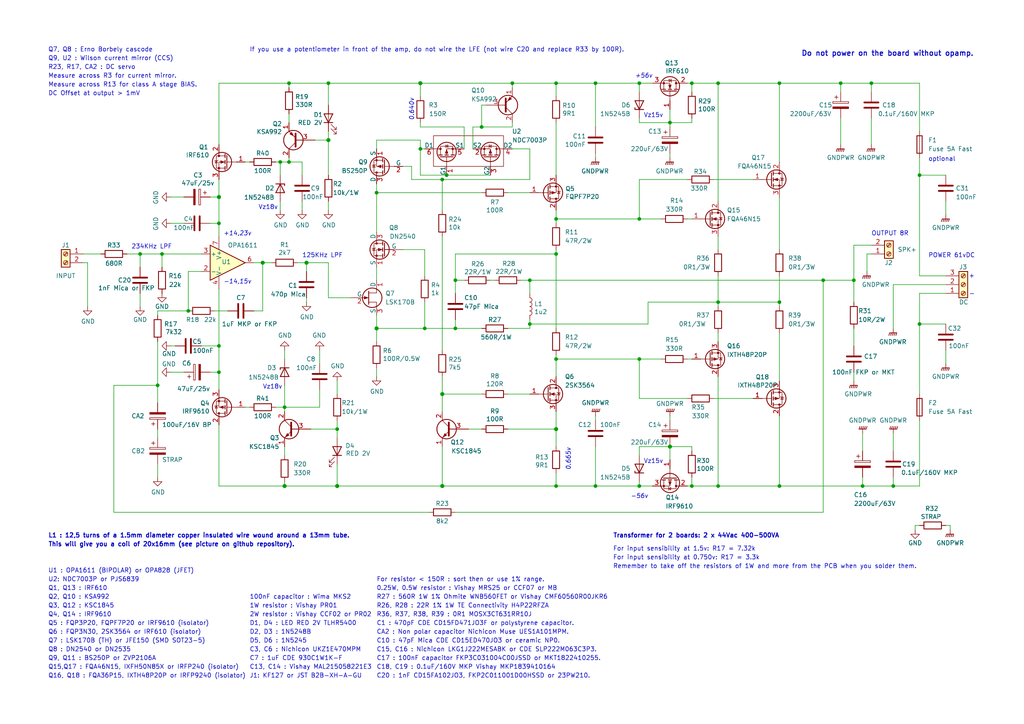
<source format=kicad_sch>
(kicad_sch (version 20230121) (generator eeschema)
  (paper "A4")
  (title_block (title "Q17-TURBO (P2) Amplifier") (date "2023-09-04") (rev "1.2.4") (company "by eng. Tiberiu Vicol") (comment 1 "Modified by Stef for the Q17-TURBO project") (comment 4 "Q17 a QUAD405 audiophile approach"))
  (junction (at 247.65 81.28))
  (junction (at 109.22 55.88))
  (junction (at 54.61 90.17))
  (junction (at 259.08 140.97))
  (junction (at 81.28 46.99))
  (junction (at 208.28 24.13))
  (junction (at 63.5 100.33))
  (junction (at 266.7 50.8))
  (junction (at 139.7 36.83))
  (junction (at 226.06 87.63))
  (junction (at 76.2 76.2) (diameter 1.016))
  (junction (at 148.59 24.13))
  (junction (at 128.27 140.97) (diameter 1.016))
  (junction (at 266.7 93.98))
  (junction (at 129.54 50.8))
  (junction (at 250.19 140.97))
  (junction (at 208.28 87.63))
  (junction (at 45.72 111.76))
  (junction (at 83.82 46.99))
  (junction (at 153.67 93.98))
  (junction (at 63.5 107.95))
  (junction (at 226.06 24.13))
  (junction (at 82.55 140.97) (diameter 1.016))
  (junction (at 121.92 43.18))
  (junction (at 109.22 95.25) (diameter 1.016))
  (junction (at 185.42 63.5))
  (junction (at 121.92 24.13) (diameter 1.016))
  (junction (at 238.76 81.28))
  (junction (at 88.9 76.2) (diameter 1.016))
  (junction (at 194.31 129.54) (diameter 1.016))
  (junction (at 46.99 73.66))
  (junction (at 161.29 24.13))
  (junction (at 95.25 24.13))
  (junction (at 243.84 24.13))
  (junction (at 97.79 124.46))
  (junction (at 200.66 24.13))
  (junction (at 83.82 24.13))
  (junction (at 161.29 140.97))
  (junction (at 128.27 52.07))
  (junction (at 132.08 81.28))
  (junction (at 97.79 140.97) (diameter 1.016))
  (junction (at 200.66 140.97))
  (junction (at 172.72 24.13))
  (junction (at 161.29 73.66))
  (junction (at 40.64 73.66))
  (junction (at 153.67 81.28))
  (junction (at 172.72 140.97))
  (junction (at 161.29 63.5))
  (junction (at 252.73 24.13))
  (junction (at 161.29 104.14))
  (junction (at 82.55 118.11))
  (junction (at 161.29 124.46) (diameter 1.016))
  (junction (at 123.19 95.25))
  (junction (at 226.06 140.97))
  (junction (at 185.42 104.14))
  (junction (at 63.5 64.77))
  (junction (at 194.31 35.56))
  (junction (at 128.27 114.3) (diameter 1.016))
  (junction (at 95.25 40.64) (diameter 1.016))
  (junction (at 185.42 24.13))
  (junction (at 63.5 57.15) (diameter 1.016))
  (junction (at 208.28 140.97))
  (junction (at 132.08 95.25))
  (junction (at 185.42 140.97))
  (wire (pts (xy 243.84 24.13) (xy 252.73 24.13)))
  (wire (pts (xy 134.62 81.28) (xy 132.08 81.28)))
  (wire (pts (xy 128.27 52.07) (xy 128.27 60.96)))
  (wire (pts (xy 109.22 40.64) (xy 109.22 43.18)))
  (wire (pts (xy 200.66 130.81) (xy 200.66 129.54)))
  (wire (pts (xy 88.9 76.2) (xy 95.25 76.2)))
  (wire (pts (xy 148.59 36.83) (xy 148.59 35.56)))
  (wire (pts (xy 148.59 43.18) (xy 153.67 43.18)))
  (wire (pts (xy 124.46 148.59) (xy 33.02 148.59)))
  (wire (pts (xy 45.72 111.76) (xy 45.72 116.84)))
  (wire (pts (xy 139.7 55.88) (xy 109.22 55.88)))
  (wire (pts (xy 132.08 73.66) (xy 161.29 73.66)))
  (wire (pts (xy 139.7 30.48) (xy 139.7 36.83)))
  (wire (pts (xy 95.25 40.64) (xy 95.25 38.1)))
  (wire (pts (xy 91.44 40.64) (xy 95.25 40.64)))
  (wire (pts (xy 97.79 121.92) (xy 97.79 124.46)))
  (wire (pts (xy 185.42 63.5) (xy 191.77 63.5)))
  (wire (pts (xy 200.66 129.54) (xy 194.31 129.54)))
  (wire (pts (xy 83.82 33.02) (xy 83.82 35.56)))
  (wire (pts (xy 71.12 46.99) (xy 72.39 46.99)))
  (wire (pts (xy 200.66 24.13) (xy 200.66 26.67)))
  (wire (pts (xy 121.92 43.18) (xy 123.19 43.18)))
  (wire (pts (xy 45.72 99.06) (xy 45.72 111.76)))
  (wire (pts (xy 266.7 85.09) (xy 266.7 93.98)))
  (wire (pts (xy 226.06 24.13) (xy 226.06 46.99)))
  (wire (pts (xy 161.29 119.38) (xy 161.29 124.46)))
  (wire (pts (xy 161.29 124.46) (xy 161.29 129.54)))
  (wire (pts (xy 266.7 80.01) (xy 274.32 80.01)))
  (wire (pts (xy 132.08 73.66) (xy 132.08 81.28)))
  (wire (pts (xy 161.29 63.5) (xy 185.42 63.5)))
  (wire (pts (xy 266.7 93.98) (xy 274.32 93.98)))
  (wire (pts (xy 238.76 81.28) (xy 238.76 148.59)))
  (wire (pts (xy 238.76 81.28) (xy 247.65 81.28)))
  (wire (pts (xy 226.06 87.63) (xy 226.06 88.9)))
  (wire (pts (xy 40.64 77.47) (xy 40.64 73.66)))
  (wire (pts (xy 45.72 134.62) (xy 45.72 138.43)))
  (wire (pts (xy 76.2 76.2) (xy 76.2 90.17)))
  (wire (pts (xy 153.67 93.98) (xy 153.67 95.25)))
  (wire (pts (xy 128.27 68.58) (xy 128.27 101.6)))
  (wire (pts (xy 45.72 124.46) (xy 45.72 127)))
  (wire (pts (xy 194.31 31.75) (xy 194.31 35.56)))
  (wire (pts (xy 63.5 113.03) (xy 63.5 107.95)))
  (wire (pts (xy 208.28 96.52) (xy 208.28 99.06)))
  (wire (pts (xy 247.65 81.28) (xy 247.65 87.63)))
  (wire (pts (xy 121.92 43.18) (xy 121.92 50.8)))
  (wire (pts (xy 247.65 71.12) (xy 247.65 81.28)))
  (wire (pts (xy 226.06 110.49) (xy 226.06 96.52)))
  (wire (pts (xy 83.82 45.72) (xy 83.82 46.99)))
  (wire (pts (xy 161.29 104.14) (xy 161.29 109.22)))
  (wire (pts (xy 40.64 73.66) (xy 46.99 73.66)))
  (wire (pts (xy 132.08 81.28) (xy 132.08 85.09)))
  (wire (pts (xy 172.72 140.97) (xy 185.42 140.97)))
  (wire (pts (xy 161.29 140.97) (xy 172.72 140.97)))
  (wire (pts (xy 185.42 24.13) (xy 189.23 24.13)))
  (wire (pts (xy 25.4 88.9) (xy 25.4 76.2)))
  (wire (pts (xy 119.38 52.07) (xy 128.27 52.07)))
  (wire (pts (xy 63.5 123.19) (xy 63.5 140.97)))
  (wire (pts (xy 71.12 118.11) (xy 72.39 118.11)))
  (wire (pts (xy 153.67 55.88) (xy 147.32 55.88)))
  (wire (pts (xy 33.02 111.76) (xy 45.72 111.76)))
  (wire (pts (xy 33.02 148.59) (xy 33.02 111.76)))
  (wire (pts (xy 250.19 138.43) (xy 250.19 140.97)))
  (wire (pts (xy 161.29 35.56) (xy 161.29 50.8)))
  (wire (pts (xy 128.27 52.07) (xy 153.67 52.07)))
  (wire (pts (xy 129.54 50.8) (xy 142.24 50.8)))
  (wire (pts (xy 200.66 140.97) (xy 208.28 140.97)))
  (wire (pts (xy 153.67 93.98) (xy 187.96 93.98)))
  (wire (pts (xy 82.55 139.7) (xy 82.55 140.97)))
  (wire (pts (xy 80.01 46.99) (xy 81.28 46.99)))
  (wire (pts (xy 252.73 24.13) (xy 252.73 26.67)))
  (wire (pts (xy 251.46 78.74) (xy 251.46 73.66)))
  (wire (pts (xy 185.42 104.14) (xy 185.42 115.57)))
  (wire (pts (xy 46.99 77.47) (xy 46.99 73.66)))
  (wire (pts (xy 252.73 71.12) (xy 247.65 71.12)))
  (wire (pts (xy 60.96 107.95) (xy 63.5 107.95)))
  (wire (pts (xy 208.28 87.63) (xy 208.28 88.9)))
  (wire (pts (xy 207.01 52.07) (xy 218.44 52.07)))
  (wire (pts (xy 101.6 86.36) (xy 95.25 86.36)))
  (wire (pts (xy 95.25 86.36) (xy 95.25 76.2)))
  (wire (pts (xy 36.83 73.66) (xy 40.64 73.66)))
  (wire (pts (xy 266.7 24.13) (xy 266.7 38.1)))
  (wire (pts (xy 123.19 95.25) (xy 132.08 95.25)))
  (wire (pts (xy 259.08 140.97) (xy 250.19 140.97)))
  (wire (pts (xy 83.82 24.13) (xy 95.25 24.13)))
  (wire (pts (xy 128.27 114.3) (xy 139.7 114.3)))
  (wire (pts (xy 142.24 81.28) (xy 143.51 81.28)))
  (wire (pts (xy 62.23 90.17) (xy 66.04 90.17)))
  (wire (pts (xy 194.31 36.83) (xy 194.31 35.56)))
  (wire (pts (xy 63.5 52.07) (xy 63.5 57.15)))
  (wire (pts (xy 63.5 57.15) (xy 63.5 64.77)))
  (wire (pts (xy 147.32 114.3) (xy 153.67 114.3)))
  (wire (pts (xy 60.96 64.77) (xy 63.5 64.77)))
  (wire (pts (xy 153.67 92.71) (xy 153.67 93.98)))
  (wire (pts (xy 147.32 95.25) (xy 153.67 95.25)))
  (wire (pts (xy 199.39 63.5) (xy 200.66 63.5)))
  (wire (pts (xy 82.55 140.97) (xy 97.79 140.97)))
  (wire (pts (xy 208.28 109.22) (xy 208.28 140.97)))
  (wire (pts (xy 199.39 104.14) (xy 200.66 104.14)))
  (wire (pts (xy 194.31 45.72) (xy 194.31 44.45)))
  (wire (pts (xy 49.53 64.77) (xy 53.34 64.77)))
  (wire (pts (xy 95.25 24.13) (xy 121.92 24.13)))
  (wire (pts (xy 161.29 24.13) (xy 172.72 24.13)))
  (wire (pts (xy 161.29 24.13) (xy 161.29 27.94)))
  (wire (pts (xy 81.28 46.99) (xy 83.82 46.99)))
  (wire (pts (xy 132.08 95.25) (xy 139.7 95.25)))
  (wire (pts (xy 92.71 113.03) (xy 92.71 118.11)))
  (wire (pts (xy 25.4 76.2) (xy 24.13 76.2)))
  (wire (pts (xy 97.79 124.46) (xy 97.79 127)))
  (wire (pts (xy 266.7 152.4) (xy 265.43 152.4)))
  (wire (pts (xy 185.42 104.14) (xy 191.77 104.14)))
  (wire (pts (xy 128.27 109.22) (xy 128.27 114.3)))
  (wire (pts (xy 151.13 81.28) (xy 153.67 81.28)))
  (wire (pts (xy 80.01 118.11) (xy 82.55 118.11)))
  (wire (pts (xy 147.32 124.46) (xy 161.29 124.46)))
  (wire (pts (xy 161.29 102.87) (xy 161.29 104.14)))
  (wire (pts (xy 185.42 115.57) (xy 199.39 115.57)))
  (wire (pts (xy 187.96 93.98) (xy 187.96 87.63)))
  (wire (pts (xy 95.25 30.48) (xy 95.25 24.13)))
  (wire (pts (xy 148.59 24.13) (xy 161.29 24.13)))
  (wire (pts (xy 49.53 100.33) (xy 50.8 100.33)))
  (wire (pts (xy 97.79 114.3) (xy 97.79 110.49)))
  (wire (pts (xy 128.27 114.3) (xy 128.27 119.38)))
  (wire (pts (xy 185.42 35.56) (xy 194.31 35.56)))
  (wire (pts (xy 185.42 34.29) (xy 185.42 35.56)))
  (wire (pts (xy 252.73 34.29) (xy 252.73 41.91)))
  (wire (pts (xy 109.22 77.47) (xy 109.22 81.28)))
  (wire (pts (xy 88.9 76.2) (xy 88.9 78.74)))
  (wire (pts (xy 86.36 76.2) (xy 88.9 76.2)))
  (wire (pts (xy 87.63 46.99) (xy 87.63 50.8)))
  (wire (pts (xy 252.73 24.13) (xy 266.7 24.13)))
  (wire (pts (xy 252.73 73.66) (xy 251.46 73.66)))
  (wire (pts (xy 132.08 92.71) (xy 132.08 95.25)))
  (wire (pts (xy 137.16 36.83) (xy 139.7 36.83)))
  (wire (pts (xy 95.25 58.42) (xy 95.25 60.96)))
  (wire (pts (xy 139.7 124.46) (xy 135.89 124.46)))
  (wire (pts (xy 187.96 87.63) (xy 208.28 87.63)))
  (wire (pts (xy 60.96 57.15) (xy 63.5 57.15)))
  (wire (pts (xy 266.7 50.8) (xy 274.32 50.8)))
  (wire (pts (xy 109.22 55.88) (xy 109.22 67.31)))
  (wire (pts (xy 54.61 78.74) (xy 58.42 78.74)))
  (wire (pts (xy 153.67 52.07) (xy 153.67 43.18)))
  (wire (pts (xy 148.59 24.13) (xy 148.59 25.4)))
  (wire (pts (xy 185.42 52.07) (xy 199.39 52.07)))
  (wire (pts (xy 226.06 120.65) (xy 226.06 140.97)))
  (wire (pts (xy 199.39 140.97) (xy 200.66 140.97)))
  (wire (pts (xy 161.29 73.66) (xy 161.29 72.39)))
  (wire (pts (xy 161.29 140.97) (xy 161.29 137.16)))
  (wire (pts (xy 128.27 129.54) (xy 128.27 140.97)))
  (wire (pts (xy 128.27 140.97) (xy 161.29 140.97)))
  (wire (pts (xy 137.16 36.83) (xy 137.16 43.18)))
  (wire (pts (xy 45.72 90.17) (xy 45.72 91.44)))
  (wire (pts (xy 123.19 87.63) (xy 123.19 95.25)))
  (wire (pts (xy 63.5 41.91) (xy 63.5 24.13)))
  (wire (pts (xy 63.5 24.13) (xy 83.82 24.13)))
  (wire (pts (xy 90.17 124.46) (xy 97.79 124.46)))
  (wire (pts (xy 194.31 121.92) (xy 194.31 120.65)))
  (wire (pts (xy 139.7 30.48) (xy 140.97 30.48)))
  (wire (pts (xy 123.19 72.39) (xy 123.19 80.01)))
  (wire (pts (xy 161.29 73.66) (xy 161.29 95.25)))
  (wire (pts (xy 259.08 125.73) (xy 259.08 130.81)))
  (wire (pts (xy 172.72 129.54) (xy 172.72 140.97)))
  (wire (pts (xy 161.29 63.5) (xy 161.29 64.77)))
  (wire (pts (xy 116.84 48.26) (xy 119.38 48.26)))
  (wire (pts (xy 83.82 25.4) (xy 83.82 24.13)))
  (wire (pts (xy 208.28 80.01) (xy 208.28 87.63)))
  (wire (pts (xy 226.06 80.01) (xy 226.06 87.63)))
  (wire (pts (xy 266.7 50.8) (xy 266.7 80.01)))
  (wire (pts (xy 265.43 152.4) (xy 265.43 153.67)))
  (wire (pts (xy 109.22 106.68) (xy 109.22 109.22)))
  (wire (pts (xy 200.66 138.43) (xy 200.66 140.97)))
  (wire (pts (xy 266.7 45.72) (xy 266.7 50.8)))
  (wire (pts (xy 208.28 140.97) (xy 226.06 140.97)))
  (wire (pts (xy 63.5 140.97) (xy 82.55 140.97)))
  (wire (pts (xy 88.9 86.36) (xy 88.9 87.63)))
  (wire (pts (xy 97.79 140.97) (xy 97.79 134.62)))
  (wire (pts (xy 121.92 50.8) (xy 129.54 50.8)))
  (wire (pts (xy 73.66 76.2) (xy 76.2 76.2)))
  (wire (pts (xy 76.2 76.2) (xy 78.74 76.2)))
  (wire (pts (xy 40.64 85.09) (xy 40.64 88.9)))
  (wire (pts (xy 194.31 129.54) (xy 194.31 133.35)))
  (wire (pts (xy 153.67 81.28) (xy 238.76 81.28)))
  (wire (pts (xy 82.55 118.11) (xy 82.55 119.38)))
  (wire (pts (xy 121.92 36.83) (xy 134.62 36.83)))
  (wire (pts (xy 82.55 118.11) (xy 92.71 118.11)))
  (wire (pts (xy 266.7 121.92) (xy 266.7 140.97)))
  (wire (pts (xy 200.66 24.13) (xy 208.28 24.13)))
  (wire (pts (xy 161.29 104.14) (xy 185.42 104.14)))
  (wire (pts (xy 226.06 24.13) (xy 243.84 24.13)))
  (wire (pts (xy 172.72 45.72) (xy 172.72 44.45)))
  (wire (pts (xy 172.72 24.13) (xy 172.72 36.83)))
  (wire (pts (xy 208.28 24.13) (xy 208.28 58.42)))
  (wire (pts (xy 207.01 115.57) (xy 218.44 115.57)))
  (wire (pts (xy 153.67 81.28) (xy 153.67 85.09)))
  (wire (pts (xy 45.72 90.17) (xy 54.61 90.17)))
  (wire (pts (xy 185.42 140.97) (xy 189.23 140.97)))
  (wire (pts (xy 274.32 152.4) (xy 275.59 152.4)))
  (wire (pts (xy 275.59 152.4) (xy 275.59 153.67)))
  (wire (pts (xy 121.92 24.13) (xy 148.59 24.13)))
  (wire (pts (xy 134.62 36.83) (xy 134.62 43.18)))
  (wire (pts (xy 109.22 40.64) (xy 121.92 40.64)))
  (wire (pts (xy 58.42 100.33) (xy 63.5 100.33)))
  (wire (pts (xy 109.22 95.25) (xy 109.22 99.06)))
  (wire (pts (xy 73.66 90.17) (xy 76.2 90.17)))
  (wire (pts (xy 259.08 82.55) (xy 259.08 95.25)))
  (wire (pts (xy 200.66 35.56) (xy 194.31 35.56)))
  (wire (pts (xy 208.28 87.63) (xy 226.06 87.63)))
  (wire (pts (xy 139.7 36.83) (xy 148.59 36.83)))
  (wire (pts (xy 259.08 138.43) (xy 259.08 140.97)))
  (wire (pts (xy 49.53 107.95) (xy 53.34 107.95)))
  (wire (pts (xy 266.7 140.97) (xy 259.08 140.97)))
  (wire (pts (xy 185.42 139.7) (xy 185.42 140.97)))
  (wire (pts (xy 81.28 46.99) (xy 81.28 50.8)))
  (wire (pts (xy 266.7 93.98) (xy 266.7 114.3)))
  (wire (pts (xy 208.28 24.13) (xy 226.06 24.13)))
  (wire (pts (xy 49.53 57.15) (xy 53.34 57.15)))
  (wire (pts (xy 185.42 63.5) (xy 185.42 52.07)))
  (wire (pts (xy 172.72 24.13) (xy 185.42 24.13)))
  (wire (pts (xy 226.06 57.15) (xy 226.06 72.39)))
  (wire (pts (xy 185.42 129.54) (xy 185.42 132.08)))
  (wire (pts (xy 95.25 40.64) (xy 95.25 50.8)))
  (wire (pts (xy 97.79 140.97) (xy 128.27 140.97)))
  (wire (pts (xy 87.63 60.96) (xy 87.63 58.42)))
  (wire (pts (xy 226.06 140.97) (xy 250.19 140.97)))
  (wire (pts (xy 259.08 82.55) (xy 274.32 82.55)))
  (wire (pts (xy 116.84 72.39) (xy 123.19 72.39)))
  (wire (pts (xy 200.66 34.29) (xy 200.66 35.56)))
  (wire (pts (xy 46.99 73.66) (xy 58.42 73.66)))
  (wire (pts (xy 119.38 48.26) (xy 119.38 52.07)))
  (wire (pts (xy 24.13 73.66) (xy 29.21 73.66)))
  (wire (pts (xy 109.22 53.34) (xy 109.22 55.88)))
  (wire (pts (xy 266.7 85.09) (xy 274.32 85.09)))
  (wire (pts (xy 172.72 120.65) (xy 172.72 121.92)))
  (wire (pts (xy 82.55 101.6) (xy 82.55 104.14)))
  (wire (pts (xy 92.71 101.6) (xy 92.71 105.41)))
  (wire (pts (xy 63.5 100.33) (xy 63.5 107.95)))
  (wire (pts (xy 247.65 107.95) (xy 247.65 110.49)))
  (wire (pts (xy 121.92 43.18) (xy 121.92 40.64)))
  (wire (pts (xy 63.5 83.82) (xy 63.5 100.33)))
  (wire (pts (xy 121.92 35.56) (xy 121.92 36.83)))
  (wire (pts (xy 161.29 60.96) (xy 161.29 63.5)))
  (wire (pts (xy 63.5 68.58) (xy 63.5 64.77)))
  (wire (pts (xy 247.65 95.25) (xy 247.65 100.33)))
  (wire (pts (xy 132.08 148.59) (xy 238.76 148.59)))
  (wire (pts (xy 208.28 72.39) (xy 208.28 68.58)))
  (wire (pts (xy 243.84 34.29) (xy 243.84 41.91)))
  (wire (pts (xy 185.42 24.13) (xy 185.42 26.67)))
  (wire (pts (xy 82.55 111.76) (xy 82.55 118.11)))
  (wire (pts (xy 274.32 58.42) (xy 274.32 62.23)))
  (wire (pts (xy 109.22 91.44) (xy 109.22 95.25)))
  (wire (pts (xy 250.19 130.81) (xy 250.19 125.73)))
  (wire (pts (xy 81.28 58.42) (xy 81.28 60.96)))
  (wire (pts (xy 274.32 101.6) (xy 274.32 105.41)))
  (wire (pts (xy 243.84 26.67) (xy 243.84 24.13)))
  (wire (pts (xy 199.39 24.13) (xy 200.66 24.13)))
  (wire (pts (xy 83.82 46.99) (xy 87.63 46.99)))
  (wire (pts (xy 194.31 129.54) (xy 185.42 129.54)))
  (wire (pts (xy 82.55 132.08) (xy 82.55 129.54)))
  (wire (pts (xy 121.92 24.13) (xy 121.92 27.94)))
  (wire (pts (xy 54.61 90.17) (xy 54.61 78.74)))
  (wire (pts (xy 109.22 95.25) (xy 123.19 95.25)))
  (text "D1, D4 : LED RED 2V TLHR5400" (at 72.39 181.61 0) (effects (font (size 1.27 1.27)) (justify left bottom)))
  (text "Do not power on the board without opamp." (at 232.41 16.51 0) (effects (font (size 1.5 1.5) (thickness 0.254) bold) (justify left bottom)))
  (text "C10 : 47pF Mica CDE CD15ED470JO3 or ceramic NP0." (at 109.22 186.69 0) (effects (font (size 1.27 1.27)) (justify left bottom)))
  (text "C15, C16 : Nichicon LKG1J222MESABK or CDE SLP222M063C3P3." (at 109.22 189.23 0) (effects (font (size 1.27 1.27)) (justify left bottom)))
  (text "+14,23v" (at 64.77 68.58 0) (effects (font (size 1.27 1.27) italic) (justify left bottom)))
  (text "+" (at 280.9659 80.8988 0) (effects (font (size 1.27 1.27)) (justify left bottom)))
  (text "Vz15v" (at 186.69 34.29 0) (effects (font (size 1.27 1.27)) (justify left bottom)))
  (text "+56v" (at 184.15 22.86 0) (effects (font (size 1.27 1.27) italic) (justify left bottom)))
  (text "R27 : 560R 1W 1% Ohmite WNB560FET or Vishay CMF60560R00JKR6" (at 109.22 173.99 0) (effects (font (size 1.27 1.27)) (justify left bottom)))
  (text "Q4, Q14 : IRF9610" (at 13.97 179.07 0) (effects (font (size 1.27 1.27)) (justify left bottom)))
  (text "C20 : 1nF CD15FA102JO3, FKP2C011001D00HSSD or 23PW210." (at 109.22 196.85 0) (effects (font (size 1.27 1.27)) (justify left bottom)))
  (text "D5, D6 : 1N5245" (at 72.39 186.69 0) (effects (font (size 1.27 1.27)) (justify left bottom)))
  (text "U1 : OPA1611 (BIPOLAR) or OPA828 (JFET)" (at 13.97 166.37 0) (effects (font (size 1.27 1.27)) (justify left bottom)))
  (text "This will give you a coil of 20x16mm (see picture on github repository)." (at 13.97 158.75 0) (effects (font (size 1.27 1.27) (thickness 0.254) bold) (justify left bottom)))
  (text "Vz18v" (at 74.93 60.96 0) (effects (font (size 1.27 1.27)) (justify left bottom)))
  (text "C13, C14 : Vishay MAL215058221E3" (at 72.39 194.31 0) (effects (font (size 1.27 1.27)) (justify left bottom)))
  (text "C18, C19 : 0.1uF/160V MKP Vishay MKP1839410164" (at 109.22 194.31 0) (effects (font (size 1.27 1.27)) (justify left bottom)))
  (text "Q9, Q11 : BS250P or ZVP2106A" (at 13.97 191.77 0) (effects (font (size 1.27 1.27)) (justify left bottom)))
  (text "Transformer for 2 boards: 2 x 44Vac 400-500VA" (at 177.8 156.21 0) (effects (font (size 1.27 1.27) (thickness 0.254) bold) (justify left bottom)))
  (text "DC Offset at output > 1mV" (at 13.97 27.94 0) (effects (font (size 1.27 1.27)) (justify left bottom)))
  (text "C1 : 470pF CDE CD15FD471JO3F or polystyrene capacitor." (at 109.22 181.61 0) (effects (font (size 1.27 1.27)) (justify left bottom)))
  (text "Q15,Q17 : FQA46N15, IXFH50N85X or IRFP240 (isolator)" (at 13.97 194.31 0) (effects (font (size 1.27 1.27)) (justify left bottom)))
  (text "0.640v" (at 120.1615 35.1112 90) (effects (font (size 1.27 1.27) italic) (justify left bottom)))
  (text "C17 : 100nF capacitor FKP3C031004C00JSSD or MKT1822410255." (at 109.22 191.77 0) (effects (font (size 1.27 1.27)) (justify left bottom)))
  (text "R23, R17, CA2 : DC servo" (at 13.97 20.32 0) (effects (font (size 1.27 1.27)) (justify left bottom)))
  (text "234KHz LPF" (at 38.1 72.39 0) (effects (font (size 1.27 1.27)) (justify left bottom)))
  (text "Q9, U2 : Wilson current mirror (CCS)" (at 13.97 17.78 0) (effects (font (size 1.27 1.27)) (justify left bottom)))
  (text "Q1, Q13 : IRF610" (at 13.97 171.45 0) (effects (font (size 1.27 1.27)) (justify left bottom)))
  (text "OUTPUT 8R" (at 252.73 68.58 0) (effects (font (size 1.27 1.27)) (justify left bottom)))
  (text "Q3, Q12 : KSC1845" (at 13.97 176.53 0) (effects (font (size 1.27 1.27)) (justify left bottom)))
  (text "Q5 : FQP3P20, FQPF7P20 or IRF9610 (isolator)" (at 13.97 181.61 0) (effects (font (size 1.27 1.27)) (justify left bottom)))
  (text "L1 : 12,5 turns of a 1.5mm diameter copper insulated wire wound around a 13mm tube." (at 13.97 156.21 0) (effects (font (size 1.27 1.27) (thickness 0.254) bold) (justify left bottom)))
  (text "Q7, Q8 : Erno Borbely cascode\n" (at 13.97 15.24 0) (effects (font (size 1.27 1.27)) (justify left bottom)))
  (text "For input sensibility at 0.750v: R17 = 3.3k" (at 177.8 162.56 0) (effects (font (size 1.27 1.27)) (justify left bottom)))
  (text "optional" (at 269.24 46.99 0) (effects (font (size 1.27 1.27)) (justify left bottom)))
  (text "-" (at 281.0258 86.0562 0) (effects (font (size 1.27 1.27)) (justify left bottom)))
  (text "C3, C6 : Nichicon UKZ1E470MPM" (at 72.39 189.23 0) (effects (font (size 1.27 1.27)) (justify left bottom)))
  (text "1W resistor : Vishay PR01" (at 72.39 176.53 0) (effects (font (size 1.27 1.27)) (justify left bottom)))
  (text "C7 : 1uF CDE 930C1W1K-F" (at 72.39 191.77 0) (effects (font (size 1.27 1.27)) (justify left bottom)))
  (text "D2, D3 : 1N5248B" (at 72.39 184.15 0) (effects (font (size 1.27 1.27)) (justify left bottom)))
  (text "If you use a potentiometer in front of the amp, do not wire the LFE (not wire C20 and replace R33 by 100R)." (at 72.39 15.24 0) (effects (font (size 1.27 1.27)) (justify left bottom)))
  (text "Q6 : FQP3N30, 2SK3564 or IRF610 (isolator)" (at 13.97 184.15 0) (effects (font (size 1.27 1.27)) (justify left bottom)))
  (text "For input sensibility at 1.5v: R17 = 7.32k" (at 177.8 160.02 0) (effects (font (size 1.27 1.27)) (justify left bottom)))
  (text "J1: KF127 or JST B2B-XH-A-GU" (at 72.39 196.85 0) (effects (font (size 1.27 1.27)) (justify left bottom)))
  (text "-56v" (at 182.88 144.78 0) (effects (font (size 1.27 1.27) italic) (justify left bottom)))
  (text "Remember to take off the resistors of 1W and more from the PCB when you solder them." (at 177.8 165.1 0) (effects (font (size 1.27 1.27)) (justify left bottom)))
  (text "Q16, Q18 : FQA36P15, IXTH48P20P or IRFP9240 (isolator)" (at 13.97 196.85 0) (effects (font (size 1.27 1.27)) (justify left bottom)))
  (text "R26, R28 : 22R 1% 1W TE Connectivity H4P22RFZA" (at 109.22 176.53 0) (effects (font (size 1.27 1.27)) (justify left bottom)))
  (text "0.665v" (at 165.6154 136.5264 90) (effects (font (size 1.27 1.27) italic) (justify left bottom)))
  (text "CA2 : Non polar capacitor Nichicon Muse UES1A101MPM." (at 109.22 184.15 0) (effects (font (size 1.27 1.27)) (justify left bottom)))
  (text "2W resistor : Vishay CCF02 or PR02" (at 72.39 179.07 0) (effects (font (size 1.27 1.27)) (justify left bottom)))
  (text "0.25W, 0.5W resistor : Vishay MRS25 or CCF07 or MB" (at 109.22 171.45 0) (effects (font (size 1.27 1.27)) (justify left bottom)))
  (text "Q7 : LSK170B (TH) or JFE150 (SMD SOT23-5)" (at 13.97 186.69 0) (effects (font (size 1.27 1.27)) (justify left bottom)))
  (text "POWER 61vDC" (at 269.24 74.93 0) (effects (font (size 1.27 1.27)) (justify left bottom)))
  (text "125KHz LPF" (at 87.63 74.93 0) (effects (font (size 1.27 1.27)) (justify left bottom)))
  (text "Measure across R3 for current mirror." (at 13.97 22.86 0) (effects (font (size 1.27 1.27)) (justify left bottom)))
  (text "R36, R37, R38, R39 : 0R1 MOSX3CT631RR10J" (at 109.22 179.07 0) (effects (font (size 1.27 1.27)) (justify left bottom)))
  (text "Measure across R13 for class A stage BIAS." (at 13.97 25.4 0) (effects (font (size 1.27 1.27)) (justify left bottom)))
  (text "100nF capacitor : Wima MKS2" (at 72.39 173.99 0) (effects (font (size 1.27 1.27)) (justify left bottom)))
  (text "Vz15v" (at 186.69 134.62 0) (effects (font (size 1.27 1.27)) (justify left bottom)))
  (text "Vz18v" (at 76.2 113.03 0) (effects (font (size 1.27 1.27)) (justify left bottom)))
  (text "Q2, Q10 : KSA992" (at 13.97 173.99 0) (effects (font (size 1.27 1.27)) (justify left bottom)))
  (text "-14,15v" (at 64.77 82.55 0) (effects (font (size 1.27 1.27) italic) (justify left bottom)))
  (text "U2: NDC7003P or PJS6839" (at 13.97 168.91 0) (effects (font (size 1.27 1.27)) (justify left bottom)))
  (text "Q8 : DN2540 or DN2535" (at 13.97 189.23 0) (effects (font (size 1.27 1.27)) (justify left bottom)))
  (text "For resistor < 150R : sort then or use 1% range." (at 109.22 168.91 0) (effects (font (size 1.27 1.27)) (justify left bottom)))
  (symbol (lib_id "Device:R") (at 33.02 73.66 270) (mirror x) (unit 1)
    (property "Reference" "R33" (at 33.02 71.12 90))
    (property "Value" "680R" (at 33.0388 76.3985 90))
    (property "Footprint" "Resistor_THT:R_Axial_DIN0207_L6.3mm_D2.5mm_P10.16mm_Horizontal" (effects hide))
    (property "Datasheet" "https://www.vishay.com/doc?28724" (effects hide))
    (property "Part#" "MRS25000C6800FCT00" (effects hide))
    (property "Mouser" "594-MRS25000C6800FCT" (effects hide))
  )
  (symbol (lib_id "Device:R") (at 161.29 133.35 0) (unit 1)
    (property "Reference" "R13" (at 155.194 132.588 0) (effects (justify left)))
    (property "Value" "9R1" (at 155.194 134.8867 0) (effects (justify left)))
    (property "Footprint" "Resistor_THT:R_Axial_DIN0207_L6.3mm_D2.5mm_P10.16mm_Horizontal" (effects hide))
    (property "Datasheet" "https://www.vishay.com/doc?28766" (effects hide))
    (property "Part#" "MBB02070C9108FCT00" (effects hide))
    (property "Mouser" "594-MBB02070C9108FCT" (effects hide))
  )
  (symbol (lib_id "Device:C") (at 40.64 81.28 180) (unit 1)
    (property "Reference" "C20" (at 38.1 81.28 0) (effects (justify left)))
    (property "Value" "1nF Mica or FKP" (at 44.8693 83.5434 0) (effects (justify left)))
    (property "Footprint" "Q17_Library:C_Mica_v2_L11.4mm_W4.3mm_H9.1_P5.9mm_mix" (effects hide))
    (property "Datasheet" "https://www.mouser.fr/datasheet/2/88/STD_DIPPED-1702530.pdf" (effects hide))
    (property "Part#" "CD15FA102JO3" (effects hide))
    (property "Mouser" "598-CD15FA102JO3" (effects hide))
  )
  (symbol (lib_name "GND_10") (lib_id "power:GND") (at 46.99 85.09 0) (unit 1)
    (property "Reference" "#PWR0113" (effects hide))
    (property "Value" "GND" (at 46.99 88.9 0))
  )
  (symbol (lib_id "Device:Q_PNP_ECB") (at 146.05 30.48 0) (mirror x) (unit 1)
    (property "Reference" "Q10" (at 136.6622 26.2075 0) (effects (justify left)))
    (property "Value" "KSA992" (at 136.6622 28.7475 0) (effects (justify left)))
    (property "Footprint" "Package_TO_SOT_THT:TO-92_Inline_Wide" (effects hide))
    (property "Datasheet" "https://www.mouser.fr/datasheet/2/308/1/KSA992_D-2314829.pdf" (effects hide))
    (property "Part#" "KSA992FBTA" (effects hide))
    (property "Mouser" "512-KSA992FBTA" (effects hide))
  )
  (symbol (lib_id "Device:Q_PMOS_SGD") (at 111.76 48.26 180) (unit 1)
    (property "Reference" "Q9" (at 106.68 46.99 0) (effects (justify left)))
    (property "Value" "BS250P" (at 106.68 49.53 0) (effects (justify left)))
    (property "Footprint" "Package_TO_SOT_THT:TO-92S_Wide" (effects hide))
    (property "Datasheet" "https://www.diodes.com/assets/Datasheets/BS250P.pdf" (effects hide))
    (property "Part#" "BS250P" (effects hide))
    (property "Mouser" "522-BS250P" (effects hide))
  )
  (symbol (lib_id "Device:R") (at 247.65 91.44 0) (unit 1)
    (property "Reference" "R31" (at 248.92 90.17 0) (effects (justify left)))
    (property "Value" "10R/2W" (at 248.92 92.71 0) (effects (justify left)))
    (property "Footprint" "Q17_Library:R_Axial_L12.0mm_D5.0mm_P15.24mm_Horizontal_Dale_1W" (effects hide))
    (property "Datasheet" "https://www.vishay.com/doc?28729" (effects hide))
    (property "Part#" "PR02000201009JR500" (effects hide))
    (property "Mouser" "594-5083NW10R00J" (effects hide))
  )
  (symbol (lib_id "Device:C") (at 57.15 64.77 90) (unit 1)
    (property "Reference" "C4" (at 54.61 63.5 90))
    (property "Value" "100nF" (at 53.34 66.04 90))
    (property "Footprint" "Capacitor_THT:C_Rect_L7.2mm_W2.5mm_P5.00mm_FKS2_FKP2_MKS2_MKP2" (effects hide))
    (property "Datasheet" "https://www.mouser.fr/datasheet/2/440/e_WIMA_MKS_2-1139871.pdf" (effects hide))
    (property "Part#" "MKS2D031001A00KSSD" (effects hide))
    (property "Mouser" "505-MKS2.1/100/10" (effects hide))
  )
  (symbol (lib_id "Device:Q_NPN_ECB") (at 130.81 124.46 0) (mirror y) (unit 1)
    (property "Reference" "Q12" (at 134.62 128.27 0) (effects (justify left)))
    (property "Value" "KSC1845" (at 139.7 130.81 0) (effects (justify left)))
    (property "Footprint" "Package_TO_SOT_THT:TO-92_Inline_Wide" (effects hide))
    (property "Datasheet" "https://www.mouser.fr/datasheet/2/308/1/KSC1845_D-2314480.pdf" (effects hide))
    (property "Part#" "KSC1845FTA" (effects hide))
    (property "Mouser" "512-KSC1845FTA" (effects hide))
  )
  (symbol (lib_name "GND_11") (lib_id "power:GND") (at 45.72 138.43 0) (unit 1)
    (property "Reference" "#PWR0107" (effects hide))
    (property "Value" "GND" (at 45.8343 142.7544 0))
  )
  (symbol (lib_id "Device:R") (at 82.55 76.2 90) (unit 1)
    (property "Reference" "R1" (at 82.55 70.9738 90))
    (property "Value" "2k7" (at 82.55 73.2725 90))
    (property "Footprint" "Resistor_THT:R_Axial_DIN0207_L6.3mm_D2.5mm_P10.16mm_Horizontal" (effects hide))
    (property "Datasheet" "https://www.vishay.com/doc?28724" (effects hide))
    (property "Part#" "MRS25000C2701FRP00" (effects hide))
    (property "Mouser" "594-MRS25000C2701FRP" (effects hide))
  )
  (symbol (lib_name "GNDPWR_6") (lib_id "power:GNDPWR") (at 194.31 120.65 180) (unit 1)
    (property "Reference" "#PWR0121" (effects hide))
    (property "Value" "GNDPWR" (at 194.31 117.094 0))
  )
  (symbol (lib_id "Device:C") (at 172.72 40.64 0) (unit 1)
    (property "Reference" "C11" (at 166.0865 39.4966 0) (effects (justify left)))
    (property "Value" "100nF" (at 163.83 41.91 0) (effects (justify left)))
    (property "Footprint" "Capacitor_THT:C_Rect_L7.2mm_W2.5mm_P5.00mm_FKS2_FKP2_MKS2_MKP2" (effects hide))
    (property "Datasheet" "https://www.mouser.fr/datasheet/2/440/e_WIMA_MKS_2-1139871.pdf" (effects hide))
    (property "Part#" "MKS2D031001A00KSSD" (effects hide))
    (property "Mouser" "505-MKS2.1/100/10" (effects hide))
  )
  (symbol (lib_id "Device:R") (at 208.28 92.71 0) (unit 1)
    (property "Reference" "R37" (at 201.93 91.44 0) (effects (justify left)))
    (property "Value" "0R1/3W" (at 196.85 93.98 0) (effects (justify left)))
    (property "Footprint" "Resistor_THT:R_Axial_DIN0614_L14.3mm_D5.7mm_P7.62mm_Vertical" (effects hide))
    (property "Datasheet" "https://www.mouser.fr/datasheet/2/219/MOS-16613.pdf" (effects hide))
    (property "Part#" "MOSX3CT631RR10J" (effects hide))
    (property "Mouser" "660-MOSX3CT631RR10J" (effects hide))
  )
  (symbol (lib_id "Device:C") (at 172.72 125.73 0) (unit 1)
    (property "Reference" "C12" (at 167.64 123.19 0) (effects (justify left)))
    (property "Value" "100nF" (at 173.99 123.19 0) (effects (justify left)))
    (property "Footprint" "Capacitor_THT:C_Rect_L7.2mm_W2.5mm_P5.00mm_FKS2_FKP2_MKS2_MKP2" (effects hide))
    (property "Datasheet" "https://www.mouser.fr/datasheet/2/440/e_WIMA_MKS_2-1139871.pdf" (effects hide))
    (property "Part#" "MKS2D031001A00KSSD" (effects hide))
    (property "Mouser" "505-MKS2.1/100/10" (effects hide))
  )
  (symbol (lib_id "Device:R") (at 161.29 68.58 0) (unit 1)
    (property "Reference" "R11" (at 163.83 67.31 0) (effects (justify left)))
    (property "Value" "47R/2W" (at 163.83 69.85 0) (effects (justify left)))
    (property "Footprint" "Resistor_THT:R_Axial_DIN0411_L9.9mm_D3.6mm_P12.70mm_Horizontal" (effects hide))
    (property "Datasheet" "https://www.vishay.com/doc?31012" (effects hide))
    (property "Part#" "CCF0247R0JKE36" (effects hide))
    (property "Mouser" "71-CCF0247R0JKE36" (effects hide))
  )
  (symbol (lib_id "Device:R") (at 143.51 124.46 90) (unit 1)
    (property "Reference" "R9" (at 143.51 119.2338 90))
    (property "Value" "100R" (at 143.51 121.533 90))
    (property "Footprint" "Resistor_THT:R_Axial_DIN0207_L6.3mm_D2.5mm_P10.16mm_Horizontal" (effects hide))
    (property "Datasheet" "https://www.vishay.com/doc?28724" (effects hide))
    (property "Part#" "MRS25000C1000FCT00" (effects hide))
    (property "Mouser" "594-MRS25000C1000FCT" (effects hide))
  )
  (symbol (lib_name "GND_1") (lib_id "power:GND") (at 95.25 60.96 0) (unit 1)
    (property "Reference" "#PWR03" (effects hide))
    (property "Value" "GND" (at 95.3643 65.2844 0))
  )
  (symbol (lib_name "GNDPWR_2") (lib_id "power:GNDPWR") (at 172.72 45.72 0) (unit 1)
    (property "Reference" "#PWR04" (effects hide))
    (property "Value" "GNDPWR" (at 172.593 49.638 0))
  )
  (symbol (lib_id "Device:R") (at 97.79 118.11 0) (mirror x) (unit 1)
    (property "Reference" "R21" (at 99.06 116.84 0) (effects (justify left)))
    (property "Value" "10k/1W" (at 99.06 119.38 0) (effects (justify left)))
    (property "Footprint" "Resistor_THT:R_Axial_DIN0207_L6.3mm_D2.5mm_P10.16mm_Horizontal" (effects hide))
    (property "Datasheet" "https://www.vishay.com/doc?28729" (effects hide))
    (property "Part#" "PR01000101002JR500" (effects hide))
    (property "Mouser" "594-5073NW10K00J" (effects hide))
  )
  (symbol (lib_id "Device:LED") (at 95.25 34.29 90) (unit 1)
    (property "Reference" "D1" (at 90.9451 33.2836 90) (effects (justify right)))
    (property "Value" "RED 2V" (at 86.36 35.56 90) (effects (justify right)))
    (property "Footprint" "LED_THT:LED_D5.0mm" (effects hide))
    (property "Datasheet" "https://www.vishay.com/doc?83012" (effects hide))
    (property "Part#" "TLHR5400" (effects hide))
    (property "Mouser" "78-TLHR5400" (effects hide))
  )
  (symbol (lib_id "Device:Q_NPN_ECB") (at 85.09 124.46 0) (mirror y) (unit 1)
    (property "Reference" "Q3" (at 81.026 127 0) (effects (justify left)))
    (property "Value" "KSC1845" (at 81.026 129.54 0) (effects (justify left)))
    (property "Footprint" "Package_TO_SOT_THT:TO-92_Inline_Wide" (effects hide))
    (property "Datasheet" "https://www.mouser.fr/datasheet/2/308/1/KSC1845_D-2314480.pdf" (effects hide))
    (property "Part#" "KSC1845FTA" (effects hide))
    (property "Mouser" "512-KSC1845FTA" (effects hide))
  )
  (symbol (lib_id "Device:C_Polarized") (at 250.19 134.62 0) (unit 1)
    (property "Reference" "C16" (at 247.65 143.51 0) (effects (justify left)))
    (property "Value" "2200uF/63V" (at 247.65 146.05 0) (effects (justify left)))
    (property "Footprint" "Capacitor_THT:CP_Radial_D25.0mm_P10.00mm_SnapIn" (effects hide))
    (property "Datasheet" "https://www.mouser.fr/datasheet/2/88/SLP-3081773.pdf" (effects hide))
    (property "Part#" "SLP222M063C3P3" (effects hide))
    (property "Mouser" "598-SLP222M063C3P3" (effects hide))
  )
  (symbol (lib_id "Device:R") (at 195.58 104.14 90) (unit 1)
    (property "Reference" "R15" (at 196.85 98.552 90) (effects (justify left)))
    (property "Value" "330R" (at 198.12 101.092 90) (effects (justify left)))
    (property "Footprint" "Resistor_THT:R_Axial_DIN0207_L6.3mm_D2.5mm_P10.16mm_Horizontal" (effects hide))
    (property "Datasheet" "https://www.vishay.com/doc?28724" (effects hide))
    (property "Part#" "MRS25000C3300FCT00" (effects hide))
    (property "Mouser" "594-MRS25000C3300FCT" (effects hide))
  )
  (symbol (lib_name "GNDPWR_7") (lib_id "power:GNDPWR") (at 172.72 120.65 180) (unit 1)
    (property "Reference" "#PWR0120" (effects hide))
    (property "Value" "GNDPWR" (at 172.72 116.84 0))
  )
  (symbol (lib_id "power:GND") (at 265.43 153.67 0) (unit 1)
    (property "Reference" "#PWR0124" (effects hide))
    (property "Value" "GND" (at 265.43 157.48 0))
  )
  (symbol (lib_name "GNDPWR_8") (lib_id "power:GNDPWR") (at 259.08 95.25 0) (unit 1)
    (property "Reference" "#PWR0128" (effects hide))
    (property "Value" "GNDPWR" (at 258.953 99.168 0))
  )
  (symbol (lib_id "Device:C") (at 87.63 54.61 180) (unit 1)
    (property "Reference" "C9" (at 91.44 54.61 0))
    (property "Value" "100nF" (at 90.7365 57.1043 0))
    (property "Footprint" "Capacitor_THT:C_Rect_L7.2mm_W2.5mm_P5.00mm_FKS2_FKP2_MKS2_MKP2" (effects hide))
    (property "Datasheet" "https://www.mouser.fr/datasheet/2/440/e_WIMA_MKS_2-1139871.pdf" (effects hide))
    (property "Part#" "MKS2D031001A00KSSD" (effects hide))
    (property "Mouser" "505-MKS2.1/100/10" (effects hide))
  )
  (symbol (lib_name "GND_8") (lib_id "power:GND") (at 25.4 88.9 0) (unit 1)
    (property "Reference" "#PWR0114" (effects hide))
    (property "Value" "GND" (at 25.5143 93.2244 0))
  )
  (symbol (lib_id "Device:LED") (at 97.79 130.81 270) (mirror x) (unit 1)
    (property "Reference" "D4" (at 102.87 129.286 90) (effects (justify right)))
    (property "Value" "RED 2V" (at 107.4348 131.5054 90) (effects (justify right)))
    (property "Footprint" "LED_THT:LED_D5.0mm" (effects hide))
    (property "Datasheet" "https://www.vishay.com/doc?83012" (effects hide))
    (property "Part#" "TLHR5400" (effects hide))
    (property "Mouser" "78-TLHR5400" (effects hide))
  )
  (symbol (lib_id "Device:R") (at 195.58 63.5 270) (mirror x) (unit 1)
    (property "Reference" "R14" (at 194.31 58.166 90) (effects (justify left)))
    (property "Value" "330R" (at 193.04 60.706 90) (effects (justify left)))
    (property "Footprint" "Resistor_THT:R_Axial_DIN0207_L6.3mm_D2.5mm_P10.16mm_Horizontal" (effects hide))
    (property "Datasheet" "https://www.vishay.com/doc?28724" (effects hide))
    (property "Part#" "MRS25000C3300FCT00" (effects hide))
    (property "Mouser" "594-MRS25000C3300FCT" (effects hide))
  )
  (symbol (lib_id "Device:R") (at 161.29 31.75 0) (unit 1)
    (property "Reference" "R10" (at 163.0681 30.6006 0) (effects (justify left)))
    (property "Value" "9R1" (at 163.0681 32.8993 0) (effects (justify left)))
    (property "Footprint" "Resistor_THT:R_Axial_DIN0207_L6.3mm_D2.5mm_P10.16mm_Horizontal" (effects hide))
    (property "Datasheet" "https://www.vishay.com/doc?28766" (effects hide))
    (property "Part#" "MBB02070C9108FCT00" (effects hide))
    (property "Mouser" "594-MBB02070C9108FCT" (effects hide))
  )
  (symbol (lib_name "GNDPWR_10") (lib_id "power:GNDPWR") (at 250.19 125.73 180) (unit 1)
    (property "Reference" "#PWR0125" (effects hide))
    (property "Value" "GNDPWR" (at 250.19 121.92 0))
  )
  (symbol (lib_id "Device:R") (at 138.43 81.28 90) (unit 1)
    (property "Reference" "R26" (at 138.5756 76.5684 90))
    (property "Value" "22R/1W" (at 138.5756 78.8671 90))
    (property "Footprint" "Resistor_THT:R_Axial_DIN0411_L9.9mm_D3.6mm_P12.70mm_Horizontal" (effects hide))
    (property "Datasheet" "https://www.mouser.fr/datasheet/2/418/5/ENG_DS_1773230_H-729914.pdf" (effects hide))
    (property "Part#" "H4P22RFZA" (effects hide))
    (property "Mouser" "279-H4P22RFZA" (effects hide))
  )
  (symbol (lib_id "Device:D_Zener") (at 185.42 30.48 90) (unit 1)
    (property "Reference" "D6" (at 182.88 30.48 90) (effects (justify left)))
    (property "Value" "1N5245B" (at 182.88 33.02 90) (effects (justify left)))
    (property "Footprint" "Diode_THT:D_DO-35_SOD27_P7.62mm_Horizontal" (effects hide))
    (property "Datasheet" "https://www.mouser.fr/datasheet/2/308/1N5221B_D-2309445.pdf" (effects hide))
    (property "Part#" "1N5245BTR" (effects hide))
    (property "Mouser" "512-1N5245BTR" (effects hide))
  )
  (symbol (lib_id "Device:R") (at 76.2 46.99 90) (unit 1)
    (property "Reference" "R40" (at 76.2 44.45 90))
    (property "Value" "100R" (at 76.2 49.53 90))
    (property "Footprint" "Resistor_THT:R_Axial_DIN0207_L6.3mm_D2.5mm_P10.16mm_Horizontal" (effects hide))
    (property "Datasheet" "https://www.vishay.com/doc?28724" (effects hide))
    (property "Part#" "MRS25000C1000FCT00" (effects hide))
    (property "Mouser" "594-MRS25000C1000FCT" (effects hide))
  )
  (symbol (lib_id "Device:R") (at 46.99 81.28 180) (unit 1)
    (property "Reference" "R16" (at 50.8 80.01 0))
    (property "Value" "22k" (at 50.8 82.55 0))
    (property "Footprint" "Resistor_THT:R_Axial_DIN0207_L6.3mm_D2.5mm_P10.16mm_Horizontal" (effects hide))
    (property "Datasheet" "https://www.vishay.com/doc?28724" (effects hide))
    (property "Part#" "MRS25000C2202FCT00" (effects hide))
    (property "Mouser" "594-MRS25000C2202FCT" (effects hide))
  )
  (symbol (lib_name "GNDPWR_1") (lib_id "power:GNDPWR") (at 243.84 41.91 0) (unit 1)
    (property "Reference" "#PWR0118" (effects hide))
    (property "Value" "GNDPWR" (at 243.84 45.72 0))
  )
  (symbol (lib_id "Device:C_Polarized") (at 57.15 107.95 90) (unit 1)
    (property "Reference" "C6" (at 54.1221 105.363 90))
    (property "Value" "47uF/25v" (at 56.134 112.776 90))
    (property "Footprint" "Capacitor_THT:CP_Radial_D10.0mm_P5.00mm" (effects hide))
    (property "Datasheet" "https://www.mouser.fr/datasheet/2/293/e_ukz-3082249.pdf" (effects hide))
    (property "Part#" "Nichicon Muse UKZ1E470MPM" (effects hide))
    (property "Mouser" "647-UKZ1E470MPM1TD" (effects hide))
  )
  (symbol (lib_id "Device:Q_NMOS_GDS") (at 205.74 63.5 0) (unit 1)
    (property "Reference" "Q15" (at 210.82 60.96 0) (effects (justify left)))
    (property "Value" "FQA46N15" (at 210.82 63.5 0) (effects (justify left)))
    (property "Footprint" "Q17_Library:TO-3PB-3_Horizontal_TabDown_6mmHole" (effects hide))
    (property "Datasheet" "https://www.mouser.fr/datasheet/2/308/1/FQA46N15_D-2314031.pdf" (effects hide))
    (property "Part#" "FQA46N15" (effects hide))
    (property "Mouser" "512-FQA46N15" (effects hide))
  )
  (symbol (lib_id "Device:Q_PMOS_GDS") (at 223.52 115.57 0) (mirror x) (unit 1)
    (property "Reference" "Q18" (at 219.1332 109.346 0) (effects (justify left)))
    (property "Value" "IXTH48P20P" (at 213.8572 111.7481 0) (effects (justify left)))
    (property "Footprint" "Q17_Library:TO-3PB-3_Horizontal_TabDown_6mmHole" (effects hide))
    (property "Datasheet" "https://www.mouser.fr/datasheet/2/240/ixyss09010_1-2272779.pdf" (effects hide))
    (property "Part#" "IXTH48P20P" (effects hide))
    (property "Mouser" "747-IXTH48P20P" (effects hide))
  )
  (symbol (lib_id "Device:C_Polarized") (at 194.31 40.64 0) (unit 1)
    (property "Reference" "C13" (at 187.96 38.1 0) (effects (justify left)))
    (property "Value" "220uF/63V" (at 182.88 43.18 0) (effects (justify left)))
    (property "Footprint" "Capacitor_THT:CP_Radial_D12.5mm_P5.00mm" (effects hide))
    (property "Datasheet" "https://www.vishay.com/doc?28323" (effects hide))
    (property "Part#" "MAL215058221E3" (effects hide))
    (property "Mouser" "594-2222-150-58221" (effects hide))
  )
  (symbol (lib_id "Device:L") (at 153.67 88.9 0) (unit 1)
    (property "Reference" "L1" (at 154.9401 88.1391 0) (effects (justify left)))
    (property "Value" "1u2" (at 154.9401 90.4378 0) (effects (justify left)))
    (property "Footprint" "Q17_Library:L_Radial_D13mm_Q17_P2" (effects hide))
    (property "Part#" "L1 : 12,5 turns of a 1.5mm diameter copper insulated wire wound around a 13mm tube." (effects hide))
    (property "Mouser" "N.A" (effects hide))
  )
  (symbol (lib_id "Device:R") (at 83.82 29.21 0) (unit 1)
    (property "Reference" "R19" (at 85.5981 28.0606 0) (effects (justify left)))
    (property "Value" "330R" (at 85.598 30.359 0) (effects (justify left)))
    (property "Footprint" "Resistor_THT:R_Axial_DIN0207_L6.3mm_D2.5mm_P10.16mm_Horizontal" (effects hide))
    (property "Datasheet" "https://www.vishay.com/doc?28724" (effects hide))
    (property "Part#" "MRS25000C3300FCT00" (effects hide))
    (property "Mouser" "594-MRS25000C3300FCT" (effects hide))
  )
  (symbol (lib_id "Device:C_Polarized") (at 45.72 120.65 0) (mirror x) (unit 1)
    (property "Reference" "CA2" (at 38.1 120.65 0) (effects (justify left)))
    (property "Value" "100uF/16V BP" (at 46.99 123.19 0) (effects (justify left)))
    (property "Footprint" "Capacitor_THT:CP_Radial_D10.0mm_P5.00mm" (effects hide))
    (property "Datasheet" "https://www.mouser.fr/datasheet/2/293/e_ues-3082323.pdf" (effects hide))
    (property "Part#" "UES1A101MPM" (effects hide))
    (property "Mouser" "647-UES1A101MPM" (effects hide))
  )
  (symbol (lib_id "Device:R") (at 143.51 95.25 90) (unit 1)
    (property "Reference" "R27" (at 143.51 92.71 90))
    (property "Value" "560R/1W" (at 143.9061 97.8047 90))
    (property "Footprint" "Resistor_THT:R_Axial_DIN0411_L9.9mm_D3.6mm_P12.70mm_Horizontal" (effects hide))
    (property "Datasheet" "https://www.mouser.fr/datasheet/2/303/res_wh_wn-3082550.pdf" (effects hide))
    (property "Part#" "WNB560FET" (effects hide))
    (property "Mouser" "588-WNB560FET" (effects hide))
  )
  (symbol (lib_id "Device:R") (at 161.29 99.06 0) (unit 1)
    (property "Reference" "R12" (at 163.83 97.79 0) (effects (justify left)))
    (property "Value" "47R/2W" (at 163.83 100.33 0) (effects (justify left)))
    (property "Footprint" "Resistor_THT:R_Axial_DIN0411_L9.9mm_D3.6mm_P12.70mm_Horizontal" (effects hide))
    (property "Datasheet" "https://www.vishay.com/doc?31012" (effects hide))
    (property "Part#" "CCF0247R0JKE36" (effects hide))
    (property "Mouser" "71-CCF0247R0JKE36" (effects hide))
  )
  (symbol (lib_id "Device:C") (at 88.9 82.55 0) (unit 1)
    (property "Reference" "C1" (at 83.566 82.804 0) (effects (justify left)))
    (property "Value" "470p Mica" (at 78.486 85.344 0) (effects (justify left)))
    (property "Footprint" "Q17_Library:C_Mica_v2_L11.4mm_W4.3mm_H9.1_P5.9mm_mix" (effects hide))
    (property "Datasheet" "https://www.mouser.fr/datasheet/2/88/STD_DIPPED-1702530.pdf" (effects hide))
    (property "Part#" "CD15FD471JO3" (effects hide))
    (property "Mouser" "5982-15-500V470" (effects hide))
  )
  (symbol (lib_id "Device:R") (at 123.19 83.82 0) (unit 1)
    (property "Reference" "R4" (at 124.9681 82.6706 0) (effects (justify left)))
    (property "Value" "1k" (at 124.968 84.969 0) (effects (justify left)))
    (property "Footprint" "Resistor_THT:R_Axial_DIN0207_L6.3mm_D2.5mm_P10.16mm_Horizontal" (effects hide))
    (property "Datasheet" "https://www.vishay.com/doc?28724" (effects hide))
    (property "Part#" "MRS25000C1009FRP00" (effects hide))
    (property "Mouser" "594-MRS25000C1009FRP" (effects hide))
  )
  (symbol (lib_id "Device:R") (at 95.25 54.61 0) (unit 1)
    (property "Reference" "R2" (at 96.52 53.34 0) (effects (justify left)))
    (property "Value" "10k/1W" (at 96.52 55.88 0) (effects (justify left)))
    (property "Footprint" "Resistor_THT:R_Axial_DIN0207_L6.3mm_D2.5mm_P10.16mm_Horizontal" (effects hide))
    (property "Datasheet" "https://www.vishay.com/doc?28729" (effects hide))
    (property "Part#" "PR01000101002JR500" (effects hide))
    (property "Mouser" "594-5073NW10K00J" (effects hide))
  )
  (symbol (lib_id "Device:Q_NMOS_SGD") (at 111.76 72.39 0) (mirror y) (unit 1)
    (property "Reference" "Q8" (at 115.57 66.04 0) (effects (justify left)))
    (property "Value" "DN2540" (at 120.65 68.58 0) (effects (justify left)))
    (property "Footprint" "Package_TO_SOT_THT:TO-92_Inline_Wide" (effects hide))
    (property "Datasheet" "https://www.mouser.fr/datasheet/2/268/DN2540_B060313-965103.pdf" (effects hide))
    (property "Part#" "DN2540N3-G" (effects hide))
    (property "Mouser" "689-DN2540N3-G" (effects hide))
  )
  (symbol (lib_id "Device:Q_NMOS_GDS") (at 223.52 52.07 0) (unit 1)
    (property "Reference" "Q17" (at 217.935 45.7111 0) (effects (justify left)))
    (property "Value" "FQA46N15" (at 213.883 48.2151 0) (effects (justify left)))
    (property "Footprint" "Q17_Library:TO-3PB-3_Horizontal_TabDown_6mmHole" (effects hide))
    (property "Datasheet" "https://www.mouser.fr/datasheet/2/308/1/FQA46N15_D-2314031.pdf" (effects hide))
    (property "Part#" "FQA46N15" (effects hide))
    (property "Mouser" "512-FQA46N15" (effects hide))
  )
  (symbol (lib_name "GND_1") (lib_id "power:GND") (at 81.28 60.96 0) (unit 1)
    (property "Reference" "#PWR0110" (effects hide))
    (property "Value" "GND" (at 81.3943 65.2844 0))
  )
  (symbol (lib_id "Device:R") (at 200.66 30.48 0) (unit 1)
    (property "Reference" "R29" (at 202.4381 29.3306 0) (effects (justify left)))
    (property "Value" "100R" (at 202.438 31.629 0) (effects (justify left)))
    (property "Footprint" "Resistor_THT:R_Axial_DIN0207_L6.3mm_D2.5mm_P10.16mm_Horizontal" (effects hide))
    (property "Datasheet" "https://www.vishay.com/doc?28724" (effects hide))
    (property "Part#" "MRS25000C1000FCT00" (effects hide))
    (property "Mouser" "594-MRS25000C1000FCT" (effects hide))
  )
  (symbol (lib_id "Device:C_Polarized") (at 194.31 125.73 0) (unit 1)
    (property "Reference" "C14" (at 187.96 123.19 0) (effects (justify left)))
    (property "Value" "220uF/63V" (at 182.88 128.27 0) (effects (justify left)))
    (property "Footprint" "Capacitor_THT:CP_Radial_D12.5mm_P5.00mm" (effects hide))
    (property "Datasheet" "https://www.vishay.com/doc?28323" (effects hide))
    (property "Part#" "MAL215058221E3" (effects hide))
    (property "Mouser" "594-2222-150-58221" (effects hide))
  )
  (symbol (lib_id "Device:R") (at 143.51 55.88 90) (unit 1)
    (property "Reference" "R7" (at 143.51 58.6613 90))
    (property "Value" "100R" (at 143.51 60.96 90))
    (property "Footprint" "Resistor_THT:R_Axial_DIN0207_L6.3mm_D2.5mm_P10.16mm_Horizontal" (effects hide))
    (property "Datasheet" "https://www.vishay.com/doc?28724" (effects hide))
    (property "Part#" "MRS25000C1000FCT00" (effects hide))
    (property "Mouser" "594-MRS25000C1000FCT" (effects hide))
  )
  (symbol (lib_name "GND_6") (lib_id "power:GND") (at 49.53 57.15 270) (unit 1)
    (property "Reference" "#PWR0109" (effects hide))
    (property "Value" "GND" (at 45.2056 57.2643 0))
  )
  (symbol (lib_id "Device:C") (at 132.08 88.9 0) (unit 1)
    (property "Reference" "C10" (at 134.62 86.36 0) (effects (justify left)))
    (property "Value" "47pF Mica" (at 134.62 88.9 0) (effects (justify left)))
    (property "Footprint" "Q17_Library:C_Mica_v2_L11.4mm_W4.3mm_H9.1_P5.9mm_mix" (effects hide))
    (property "Datasheet" "https://www.mouser.fr/datasheet/2/88/STD_DIPPED-1702530.pdf" (effects hide))
    (property "Part#" "CD15ED470JO3F" (effects hide))
    (property "Mouser" "598-CD15ED470JO3F" (effects hide))
  )
  (symbol (lib_id "Device:R") (at 203.2 115.57 90) (unit 1)
    (property "Reference" "R35" (at 204.47 118.11 90) (effects (justify left)))
    (property "Value" "330R" (at 205.74 120.65 90) (effects (justify left)))
    (property "Footprint" "Resistor_THT:R_Axial_DIN0207_L6.3mm_D2.5mm_P10.16mm_Horizontal" (effects hide))
    (property "Datasheet" "https://www.vishay.com/doc?28724" (effects hide))
    (property "Part#" "MRS25000C3300FCT00" (effects hide))
    (property "Mouser" "594-MRS25000C3300FCT" (effects hide))
  )
  (symbol (lib_id "Device:Fuse") (at 266.7 118.11 0) (unit 1)
    (property "Reference" "F2" (at 269.24 116.84 0) (effects (justify left)))
    (property "Value" "Fuse 5A Fast" (at 269.24 119.38 0) (effects (justify left)))
    (property "Footprint" "Q17_Library:fuse_holder_CQ-2-Enlarged" (effects hide))
    (property "Datasheet" "https://www.mouser.fr/datasheet/2/240/lfsi_s_a0006637341_1-2273020.pdf" (effects hide))
    (property "Part#" "PCB fuse socket 0PTF0078P" (effects hide))
    (property "Mouser" "576-0PTF0078P" (effects hide))
  )
  (symbol (lib_id "Device:C_Polarized") (at 243.84 30.48 0) (unit 1)
    (property "Reference" "C15" (at 237.49 30.48 0) (effects (justify left)))
    (property "Value" "2200uF/63V" (at 229.033 33.02 0) (effects (justify left)))
    (property "Footprint" "Capacitor_THT:CP_Radial_D25.0mm_P10.00mm_SnapIn" (effects hide))
    (property "Datasheet" "https://www.mouser.fr/datasheet/2/88/SLP-3081773.pdf" (effects hide))
    (property "Part#" "SLP222M063C3P3" (effects hide))
    (property "Mouser" "598-SLP222M063C3P3" (effects hide))
  )
  (symbol (lib_id "Device:R") (at 143.51 114.3 90) (unit 1)
    (property "Reference" "R8" (at 143.51 109.0738 90))
    (property "Value" "120R" (at 143.51 111.3725 90))
    (property "Footprint" "Resistor_THT:R_Axial_DIN0207_L6.3mm_D2.5mm_P10.16mm_Horizontal" (effects hide))
    (property "Datasheet" "https://www.vishay.com/doc?28724" (effects hide))
    (property "Part#" "MRS25000C1200FCT00" (effects hide))
    (property "Mouser" "594-MRS25000C1200FCT" (effects hide))
  )
  (symbol (lib_id "Device:R") (at 45.72 95.25 180) (unit 1)
    (property "Reference" "R17" (at 49.53 93.98 0))
    (property "Value" "7k32" (at 50.3802 96.2595 0))
    (property "Footprint" "Resistor_THT:R_Axial_DIN0207_L6.3mm_D2.5mm_P10.16mm_Horizontal" (effects hide))
    (property "Datasheet" "https://www.mouser.fr/datasheet/2/219/MF_MFS_RK-18760.pdf" (effects hide))
    (property "Part#" "MF1/4CCT52R7321F" (effects hide))
    (property "Mouser" "660-MF1/4CCT52R7321F" (effects hide))
  )
  (symbol (lib_id "power:GNDPWR") (at 275.59 153.67 0) (unit 1)
    (property "Reference" "#PWR0123" (effects hide))
    (property "Value" "GNDPWR" (at 275.59 157.48 0))
  )
  (symbol (lib_name "GND_12") (lib_id "power:GND") (at 49.53 107.95 270) (unit 1)
    (property "Reference" "#PWR0111" (effects hide))
    (property "Value" "GND" (at 48.9899 105.5834 90))
  )
  (symbol (lib_id "Connector:Screw_Terminal_01x02") (at 19.05 73.66 0) (mirror y) (unit 1)
    (property "Reference" "J1" (at 19.05 71.12 0))
    (property "Value" "INPUT" (at 19.05 80.01 0))
    (property "Footprint" "Q17_Library:Input_connector_mix_regular" (effects hide))
    (property "Datasheet" "https://www.phoenixcontact.com/us/products/1755583/pdf" (effects hide))
    (property "Part#" "Terminal Block Phoenix Contact 1755583" (effects hide))
    (property "Mouser" "651-1755583" (effects hide))
  )
  (symbol (lib_id "Device:R") (at 200.66 134.62 0) (unit 1)
    (property "Reference" "R30" (at 201.996 133.6118 0) (effects (justify left)))
    (property "Value" "100R" (at 201.9959 135.9102 0) (effects (justify left)))
    (property "Footprint" "Resistor_THT:R_Axial_DIN0207_L6.3mm_D2.5mm_P10.16mm_Horizontal" (effects hide))
    (property "Datasheet" "https://www.vishay.com/doc?28724" (effects hide))
    (property "Part#" "MRS25000C1000FCT00" (effects hide))
    (property "Mouser" "594-MRS25000C1000FCT" (effects hide))
  )
  (symbol (lib_id "Device:R") (at 121.92 31.75 0) (mirror y) (unit 1)
    (property "Reference" "R3" (at 127 30.48 0) (effects (justify left)))
    (property "Value" "150R" (at 129.54 33.02 0) (effects (justify left)))
    (property "Footprint" "Resistor_THT:R_Axial_DIN0207_L6.3mm_D2.5mm_P10.16mm_Horizontal" (effects hide))
    (property "Datasheet" "https://www.vishay.com/doc?28724" (effects hide))
    (property "Part#" "MRS25000C1500FRP00" (effects hide))
    (property "Mouser" "594-MRS25000C1500FRP" (effects hide))
  )
  (symbol (lib_id "Device:R") (at 208.28 76.2 0) (unit 1)
    (property "Reference" "R36" (at 201.93 74.93 0) (effects (justify left)))
    (property "Value" "0R1/3W" (at 198.12 77.47 0) (effects (justify left)))
    (property "Footprint" "Resistor_THT:R_Axial_DIN0614_L14.3mm_D5.7mm_P7.62mm_Vertical" (effects hide))
    (property "Datasheet" "https://www.mouser.fr/datasheet/2/219/MOS-16613.pdf" (effects hide))
    (property "Part#" "MOSX3CT631RR10J" (effects hide))
    (property "Mouser" "660-MOSX3CT631RR10J" (effects hide))
  )
  (symbol (lib_id "Device:R") (at 203.2 52.07 270) (mirror x) (unit 1)
    (property "Reference" "R34" (at 203.1212 49.7597 90))
    (property "Value" "330R" (at 202.8039 54.6247 90))
    (property "Footprint" "Resistor_THT:R_Axial_DIN0207_L6.3mm_D2.5mm_P10.16mm_Horizontal" (effects hide))
    (property "Datasheet" "https://www.vishay.com/doc?28724" (effects hide))
    (property "Part#" "MRS25000C3300FCT00" (effects hide))
    (property "Mouser" "594-MRS25000C3300FCT" (effects hide))
  )
  (symbol (lib_id "Device:R") (at 128.27 105.41 0) (unit 1)
    (property "Reference" "R25" (at 130.0481 104.2606 0) (effects (justify left)))
    (property "Value" "7k5" (at 130.048 106.559 0) (effects (justify left)))
    (property "Footprint" "Resistor_THT:R_Axial_DIN0207_L6.3mm_D2.5mm_P10.16mm_Horizontal" (effects hide))
    (property "Datasheet" "https://www.vishay.com/doc?28724" (effects hide))
    (property "Part#" "MRS25000C7501FRP00" (effects hide))
    (property "Mouser" "594-MRS25000C7501FRP" (effects hide))
  )
  (symbol (lib_id "Amplifier_Operational:OPA1641") (at 66.04 76.2 0) (unit 1)
    (property "Reference" "U1" (at 64.262 75.946 0) (effects (justify left)))
    (property "Value" "OPA1611" (at 66.04 71.12 0) (effects (justify left)))
    (property "Footprint" "Package_SO:SOIC-8_3.9x4.9mm_P1.27mm" (effects hide))
    (property "Datasheet" "https://www.ti.com/general/docs/suppproductinfo.tsp?distId=26&gotoUrl=https://www.ti.com/lit/gpn/opa1611" (effects hide))
    (property "Part#" "OPA1611AIDR" (effects hide))
    (property "Mouser" "595-OPA1611AIDR" (effects hide))
  )
  (symbol (lib_id "NDC7003P:NDC7003P") (at 135.89 44.45 0) (unit 1)
    (property "Reference" "U2" (at 149.86 38.1 0))
    (property "Value" "NDC7003P" (at 153.67 40.64 0))
    (property "Footprint" "Q17_Library:NDC7003P-TSOT23-6" (effects hide))
    (property "Datasheet" "https://www.mouser.fr/datasheet/2/308/1/NDC7003P_D-2317792.pdf" (effects hide))
    (property "Part#" "NDC7003P" (effects hide))
    (property "Mouser" "512-NDC7003P" (effects hide))
    (property "#Part" "NDC7003P" (effects hide))
  )
  (symbol (lib_id "Device:R") (at 76.2 118.11 90) (unit 1)
    (property "Reference" "R41" (at 76.2 115.57 90))
    (property "Value" "100R" (at 76.2 120.65 90))
    (property "Footprint" "Resistor_THT:R_Axial_DIN0207_L6.3mm_D2.5mm_P10.16mm_Horizontal" (effects hide))
    (property "Datasheet" "https://www.vishay.com/doc?28724" (effects hide))
    (property "Part#" "MRS25000C1000FCT00" (effects hide))
    (property "Mouser" "594-MRS25000C1000FCT" (effects hide))
  )
  (symbol (lib_name "GND_9") (lib_id "power:GND") (at 40.64 88.9 0) (unit 1)
    (property "Reference" "#PWR0131" (effects hide))
    (property "Value" "GND" (at 40.64 92.71 0))
  )
  (symbol (lib_id "Device:Q_NMOS_GDS") (at 158.75 114.3 0) (unit 1)
    (property "Reference" "Q6" (at 163.83 109.22 0) (effects (justify left)))
    (property "Value" "2SK3564" (at 163.83 111.76 0) (effects (justify left)))
    (property "Footprint" "Q17_Library:TO-220-3_Horizontal_TabDown_6mmHole" (effects hide))
    (property "Datasheet" "https://www.mouser.fr/datasheet/2/408/2SK3564_datasheet_en_20131101-1649730.pdf" (effects hide))
    (property "Part#" "2SK3564(STA4,Q,M)" (effects hide))
    (property "Mouser" "757-2SK3564STA4QM" (effects hide))
  )
  (symbol (lib_id "Connector:Screw_Terminal_01x03") (at 279.4 82.55 0) (mirror x) (unit 1)
    (property "Reference" "J3" (at 278.13 77.47 0) (effects (justify left)))
    (property "Value" "DC" (at 278.13 87.63 0) (effects (justify left)))
    (property "Footprint" "TerminalBlock_Phoenix:TerminalBlock_Phoenix_PT-1,5-3-5.0-H_1x03_P5.00mm_Horizontal" (effects hide))
    (property "Datasheet" "https://www.phoenixcontact.com/us/products/1755596/pdf" (effects hide))
    (property "Part#" "Terminal Block Phoenix Contact 1755596" (effects hide))
    (property "Mouser" "651-1755596" (effects hide))
  )
  (symbol (lib_id "Device:R") (at 58.42 90.17 90) (unit 1)
    (property "Reference" "R18" (at 55.88 92.71 90))
    (property "Value" "22k" (at 60.96 92.71 90))
    (property "Footprint" "Resistor_THT:R_Axial_DIN0207_L6.3mm_D2.5mm_P10.16mm_Horizontal" (effects hide))
    (property "Datasheet" "https://www.vishay.com/doc?28724" (effects hide))
    (property "Part#" "MRS25000C2202FCT00" (effects hide))
    (property "Mouser" "594-MRS25000C2202FCT" (effects hide))
  )
  (symbol (lib_name "GNDPWR_2") (lib_id "power:GNDPWR") (at 194.31 45.72 0) (unit 1)
    (property "Reference" "#PWR0116" (effects hide))
    (property "Value" "GNDPWR" (at 194.183 49.638 0))
  )
  (symbol (lib_id "Device:Q_PMOS_GDS") (at 66.04 118.11 180) (unit 1)
    (property "Reference" "Q4" (at 60.8329 116.9606 0) (effects (justify left)))
    (property "Value" "IRF9610" (at 60.8329 119.2593 0) (effects (justify left)))
    (property "Footprint" "Package_TO_SOT_THT:TO-220-3_Vertical" (effects hide))
    (property "Datasheet" "https://www.vishay.com/docs/91080/91080.pdf" (effects hide))
    (property "Part#" "IRF9610PBF" (effects hide))
    (property "Mouser" "844-IRF9610PBF" (effects hide))
  )
  (symbol (lib_id "Device:R") (at 109.22 102.87 0) (unit 1)
    (property "Reference" "R6" (at 110.9981 101.7206 0) (effects (justify left)))
    (property "Value" "100R/0.5W" (at 110.998 104.019 0) (effects (justify left)))
    (property "Footprint" "Resistor_THT:R_Axial_DIN0207_L6.3mm_D2.5mm_P10.16mm_Horizontal" (effects hide))
    (property "Datasheet" "https://www.vishay.com/doc?28724" (effects hide))
    (property "Part#" "MRS25000C1000FCT00" (effects hide))
    (property "Mouser" "594-MRS25000C1000FCT" (effects hide))
  )
  (symbol (lib_name "GND_3") (lib_id "power:GND") (at 82.55 101.6 0) (mirror x) (unit 1)
    (property "Reference" "#PWR0104" (effects hide))
    (property "Value" "GND" (at 82.6643 97.2756 0))
  )
  (symbol (lib_name "GNDPWR_9") (lib_id "power:GNDPWR") (at 247.65 110.49 0) (unit 1)
    (property "Reference" "#PWR0122" (effects hide))
    (property "Value" "GNDPWR" (at 248.92 114.3 0))
  )
  (symbol (lib_id "Device:C") (at 69.85 90.17 90) (unit 1)
    (property "Reference" "C7" (at 69.85 86.36 90))
    (property "Value" "1uF MKP or FKP" (at 72.39 93.98 90))
    (property "Footprint" "Q17_Library:C_Rect_C7_Q17_Mini_L26.50_H11.00_P20.50_2" (effects hide))
    (property "Datasheet" "https://www.mouser.fr/datasheet/2/88/930-3081870.pdf" (effects hide))
    (property "Part#" "CDE 930C1W1K-F" (effects hide))
    (property "Mouser" "598-930C1W1K-F" (effects hide))
  )
  (symbol (lib_name "GNDPWR_3") (lib_id "power:GNDPWR") (at 274.32 62.23 0) (unit 1)
    (property "Reference" "#PWR01" (effects hide))
    (property "Value" "GNDPWR" (at 274.32 66.04 0))
  )
  (symbol (lib_id "Device:R") (at 128.27 64.77 0) (unit 1)
    (property "Reference" "R24" (at 130.0481 63.6206 0) (effects (justify left)))
    (property "Value" "10k" (at 130.048 65.919 0) (effects (justify left)))
    (property "Footprint" "Resistor_THT:R_Axial_DIN0207_L6.3mm_D2.5mm_P10.16mm_Horizontal" (effects hide))
    (property "Datasheet" "https://www.vishay.com/doc?28724" (effects hide))
    (property "Part#" "MRS25000C1002FRP00" (effects hide))
    (property "Mouser" "594-MRS2510K00F" (effects hide))
  )
  (symbol (lib_name "GNDPWR_5") (lib_id "power:GNDPWR") (at 251.46 78.74 0) (unit 1)
    (property "Reference" "#PWR0127" (effects hide))
    (property "Value" "GNDPWR" (at 254 82.55 0))
  )
  (symbol (lib_id "Device:Q_PMOS_GDS") (at 158.75 55.88 0) (mirror x) (unit 1)
    (property "Reference" "Q5" (at 163.9571 54.7306 0) (effects (justify left)))
    (property "Value" "FQPF7P20" (at 163.9571 57.0293 0) (effects (justify left)))
    (property "Footprint" "Q17_Library:TO-220-3_Horizontal_TabDown_6mmHole" (effects hide))
    (property "Datasheet" "https://www.mouser.fr/datasheet/2/308/1/FQPF7P20_D-2314165.pdf" (effects hide))
    (property "Part#" "FQPF7P20" (effects hide))
    (property "Mouser" "512-FQPF7P20" (effects hide))
  )
  (symbol (lib_id "Device:Q_NMOS_GDS") (at 194.31 26.67 270) (mirror x) (unit 1)
    (property "Reference" "Q13" (at 192.786 18.2753 90) (effects (justify left)))
    (property "Value" "IRF610" (at 193.04 20.574 90) (effects (justify left)))
    (property "Footprint" "Package_TO_SOT_THT:TO-220-3_Vertical" (effects hide))
    (property "Datasheet" "https://www.vishay.com/docs/91023/irf610.pdf" (effects hide))
    (property "Part#" "IRF610PBF" (effects hide))
    (property "Mouser" "844-IRF610PBF" (effects hide))
  )
  (symbol (lib_id "Device:Fuse") (at 266.7 41.91 0) (unit 1)
    (property "Reference" "F1" (at 269.24 40.64 0) (effects (justify left)))
    (property "Value" "Fuse 5A Fast" (at 269.24 43.18 0) (effects (justify left)))
    (property "Footprint" "Q17_Library:fuse_holder_CQ-2-Enlarged" (effects hide))
    (property "Datasheet" "https://www.mouser.fr/datasheet/2/240/lfsi_s_a0006637341_1-2273020.pdf" (effects hide))
    (property "Part#" "PCB fuse socket 0PTF0078P" (effects hide))
    (property "Mouser" "576-0PTF0078P" (effects hide))
  )
  (symbol (lib_name "GND_14") (lib_id "power:GND") (at 97.79 110.49 0) (mirror x) (unit 1)
    (property "Reference" "#PWR0105" (effects hide))
    (property "Value" "GND" (at 97.9043 106.1656 0))
  )
  (symbol (lib_id "Device:D_Zener") (at 185.42 135.89 90) (unit 1)
    (property "Reference" "D5" (at 182.88 135.89 90) (effects (justify left)))
    (property "Value" "1N5245B" (at 182.88 138.43 90) (effects (justify left)))
    (property "Footprint" "Diode_THT:D_DO-35_SOD27_P7.62mm_Horizontal" (effects hide))
    (property "Datasheet" "https://www.mouser.fr/datasheet/2/308/1N5221B_D-2309445.pdf" (effects hide))
    (property "Part#" "1N5245BTR" (effects hide))
    (property "Mouser" "512-1N5245BTR" (effects hide))
  )
  (symbol (lib_name "GNDPWR_11") (lib_id "power:GNDPWR") (at 259.08 125.73 180) (unit 1)
    (property "Reference" "#PWR0126" (effects hide))
    (property "Value" "GNDPWR" (at 259.08 121.92 0))
  )
  (symbol (lib_id "Device:C") (at 274.32 54.61 180) (unit 1)
    (property "Reference" "C31" (at 279.1384 54.6095 0))
    (property "Value" "100nF" (at 280.2424 57.1422 0))
    (property "Footprint" "Capacitor_THT:C_Rect_L7.2mm_W2.5mm_P5.00mm_FKS2_FKP2_MKS2_MKP2" (effects hide))
    (property "Datasheet" "https://www.mouser.fr/datasheet/2/440/e_WIMA_MKS_2-1139871.pdf" (effects hide))
    (property "Part#" "MKS2D031001A00KSSD" (effects hide))
    (property "Mouser" "505-MKS2.1/100/10" (effects hide))
  )
  (symbol (lib_name "GND_4") (lib_id "power:GND") (at 88.9 87.63 0) (unit 1)
    (property "Reference" "#PWR0101" (effects hide))
    (property "Value" "GND" (at 89.0143 91.9544 0))
  )
  (symbol (lib_id "Device:R") (at 82.55 135.89 0) (mirror x) (unit 1)
    (property "Reference" "R20" (at 85.09 134.62 0) (effects (justify left)))
    (property "Value" "330R" (at 85.09 137.16 0) (effects (justify left)))
    (property "Footprint" "Resistor_THT:R_Axial_DIN0207_L6.3mm_D2.5mm_P10.16mm_Horizontal" (effects hide))
    (property "Datasheet" "https://www.vishay.com/doc?28724" (effects hide))
    (property "Part#" "MRS25000C3300FCT00" (effects hide))
    (property "Mouser" "594-MRS25000C3300FCT" (effects hide))
  )
  (symbol (lib_id "Device:Q_PNP_ECB") (at 86.36 40.64 180) (unit 1)
    (property "Reference" "Q2" (at 81.7966 35.9259 0) (effects (justify left)))
    (property "Value" "KSA992" (at 81.7966 38.2246 0) (effects (justify left)))
    (property "Footprint" "Package_TO_SOT_THT:TO-92_Inline_Wide" (effects hide))
    (property "Datasheet" "https://www.mouser.fr/datasheet/2/308/1/KSA992_D-2314829.pdf" (effects hide))
    (property "Part#" "KSA992FBTA" (effects hide))
    (property "Mouser" "512-KSA992FBTA" (effects hide))
  )
  (symbol (lib_name "GND_7") (lib_id "power:GND") (at 49.53 64.77 270) (unit 1)
    (property "Reference" "#PWR0115" (effects hide))
    (property "Value" "GND" (at 45.2056 64.8843 0))
  )
  (symbol (lib_id "Device:C") (at 92.71 109.22 0) (unit 1)
    (property "Reference" "C8" (at 90.17 104.14 0))
    (property "Value" "100nF" (at 88.9 106.68 0))
    (property "Footprint" "Capacitor_THT:C_Rect_L7.2mm_W2.5mm_P5.00mm_FKS2_FKP2_MKS2_MKP2" (effects hide))
    (property "Datasheet" "https://www.mouser.fr/datasheet/2/440/e_WIMA_MKS_2-1139871.pdf" (effects hide))
    (property "Part#" "MKS2D031001A00KSSD" (effects hide))
    (property "Mouser" "505-MKS2.1/100/10" (effects hide))
  )
  (symbol (lib_id "Device:Q_NMOS_GDS") (at 66.04 46.99 0) (mirror y) (unit 1)
    (property "Reference" "Q1" (at 60.452 42.672 0) (effects (justify left)))
    (property "Value" "IRF610" (at 60.706 44.9707 0) (effects (justify left)))
    (property "Footprint" "Package_TO_SOT_THT:TO-220-3_Vertical" (effects hide))
    (property "Datasheet" "https://www.vishay.com/docs/91023/irf610.pdf" (effects hide))
    (property "Part#" "IRF610PBF" (effects hide))
    (property "Mouser" "844-IRF610PBF" (effects hide))
  )
  (symbol (lib_id "Device:Q_NJFET_DGS") (at 106.68 86.36 0) (unit 1)
    (property "Reference" "Q7" (at 111.76 85.09 0) (effects (justify left)))
    (property "Value" "LSK170B" (at 111.76 87.63 0) (effects (justify left)))
    (property "Footprint" "Package_TO_SOT_THT:TO-92_Inline_Wide" (effects hide))
    (property "Datasheet" "https://www.mouser.fr/datasheet/2/1442/LSK170SeriesDSRevA22-3179964.pdf" (effects hide))
    (property "Part#" "LSK170B-TO-92-3L-BK" (effects hide))
    (property "Mouser" "722-LSK170BTO923LBK" (effects hide))
  )
  (symbol (lib_name "GND_2") (lib_id "power:GND") (at 87.63 60.96 0) (unit 1)
    (property "Reference" "#PWR0108" (effects hide))
    (property "Value" "GND" (at 87.7443 65.2844 0))
  )
  (symbol (lib_id "Device:Q_PMOS_GDS") (at 194.31 138.43 270) (unit 1)
    (property "Reference" "Q14" (at 193.04 144.272 90) (effects (justify left)))
    (property "Value" "IRF9610" (at 193.04 146.812 90) (effects (justify left)))
    (property "Footprint" "Package_TO_SOT_THT:TO-220-3_Vertical" (effects hide))
    (property "Datasheet" "https://www.vishay.com/docs/91080/91080.pdf" (effects hide))
    (property "Part#" "IRF9610PBF" (effects hide))
    (property "Mouser" "844-IRF9610PBF" (effects hide))
  )
  (symbol (lib_name "GND_13") (lib_id "power:GND") (at 49.53 100.33 270) (unit 1)
    (property "Reference" "#PWR0112" (effects hide))
    (property "Value" "GND" (at 49.022 102.616 90))
  )
  (symbol (lib_id "Device:R") (at 226.06 76.2 0) (unit 1)
    (property "Reference" "R38" (at 228.6 74.93 0) (effects (justify left)))
    (property "Value" "0R1/3W" (at 228.6 77.47 0) (effects (justify left)))
    (property "Footprint" "Resistor_THT:R_Axial_DIN0614_L14.3mm_D5.7mm_P20.32mm_Horizontal" (effects hide))
    (property "Datasheet" "https://www.mouser.fr/datasheet/2/219/MOS-16613.pdf" (effects hide))
    (property "Part#" "MOSX3CT631RR10J" (effects hide))
    (property "Mouser" "660-MOSX3CT631RR10J" (effects hide))
  )
  (symbol (lib_name "GND_15") (lib_id "power:GND") (at 109.22 109.22 0) (unit 1)
    (property "Reference" "#PWR0103" (effects hide))
    (property "Value" "GND" (at 109.3343 113.5444 0))
  )
  (symbol (lib_name "GND_5") (lib_id "power:GND") (at 92.71 101.6 180) (unit 1)
    (property "Reference" "#PWR0106" (effects hide))
    (property "Value" "GND" (at 92.5957 97.2756 0))
  )
  (symbol (lib_id "Device:C") (at 274.32 97.79 180) (unit 1)
    (property "Reference" "C32" (at 276.86 95.25 0))
    (property "Value" "100nF" (at 278.13 100.33 0))
    (property "Footprint" "Capacitor_THT:C_Rect_L7.2mm_W2.5mm_P5.00mm_FKS2_FKP2_MKS2_MKP2" (effects hide))
    (property "Datasheet" "https://www.mouser.fr/datasheet/2/440/e_WIMA_MKS_2-1139871.pdf" (effects hide))
    (property "Part#" "MKS2D031001A00KSSD" (effects hide))
    (property "Mouser" "505-MKS2.1/100/10" (effects hide))
  )
  (symbol (lib_id "Device:C") (at 252.73 30.48 180) (unit 1)
    (property "Reference" "C18" (at 257.81 30.48 0))
    (property "Value" "0.1uF/160V MKP" (at 262.89 33.02 0))
    (property "Footprint" "Q17_Library:C_Rect_L18.0mm_W6.0mm_P15.00mm_FKS3_FKP3-Q17" (effects hide))
    (property "Datasheet" "https://www.vishay.com/docs/26022/mkp1839.pdf" (effects hide))
    (property "Part#" "MKP1839410164" (effects hide))
    (property "Mouser" "75-MKP1839410164" (effects hide))
  )
  (symbol (lib_id "Device:C_Polarized") (at 45.72 130.81 0) (unit 1)
    (property "Reference" "CB2" (at 38.1 130.81 0) (effects (justify left)))
    (property "Value" "STRAP" (at 46.99 133.35 0) (effects (justify left)))
    (property "Footprint" "Capacitor_THT:CP_Radial_D10.0mm_P5.00mm" (effects hide))
    (property "Part#" "STRAP" (effects hide))
    (property "Mouser" "N.A" (effects hide))
  )
  (symbol (lib_id "Connector:Screw_Terminal_01x02") (at 257.81 73.66 0) (mirror x) (unit 1)
    (property "Reference" "J2" (at 256.54 76.2 0) (effects (justify left)))
    (property "Value" "SPK+" (at 260.35 72.39 0) (effects (justify left)))
    (property "Footprint" "Connector_AMASS:AMASS_XT30U-F_1x02_P5.0mm_Vertical" (effects hide))
    (property "Datasheet" "https://www.tme.eu/Document/f2d0830114aabe6ea8d4bb128e962790/XT30U-F.pdf" (effects hide))
    (property "Part#" "XT30U Male & Female RC Bullet Connector" (effects hide))
    (property "Mouser" "N.A" (effects hide))
  )
  (symbol (lib_id "Device:D_Zener") (at 82.55 107.95 90) (mirror x) (unit 1)
    (property "Reference" "D3" (at 77.47 106.68 90) (effects (justify right)))
    (property "Value" "1N5248B" (at 72.0133 109.4184 90) (effects (justify right)))
    (property "Footprint" "Diode_THT:D_DO-35_SOD27_P7.62mm_Horizontal" (effects hide))
    (property "Datasheet" "https://www.vishay.com/doc?83012" (effects hide))
    (property "Part#" "1N5248B-TR" (effects hide))
    (property "Mouser" "78-1N5248B" (effects hide))
  )
  (symbol (lib_id "Device:R") (at 226.06 92.71 0) (unit 1)
    (property "Reference" "R39" (at 232.41 91.44 0) (effects (justify right)))
    (property "Value" "0R1/3W" (at 228.6 93.98 0) (effects (justify left)))
    (property "Footprint" "Resistor_THT:R_Axial_DIN0614_L14.3mm_D5.7mm_P20.32mm_Horizontal" (effects hide))
    (property "Datasheet" "https://www.mouser.fr/datasheet/2/219/MOS-16613.pdf" (effects hide))
    (property "Part#" "MOSX3CT631RR10J" (effects hide))
    (property "Mouser" "660-MOSX3CT631RR10J" (effects hide))
  )
  (symbol (lib_name "GNDPWR_4") (lib_id "power:GNDPWR") (at 252.73 41.91 0) (unit 1)
    (property "Reference" "#PWR0119" (effects hide))
    (property "Value" "GNDPWR" (at 252.73 45.72 0))
  )
  (symbol (lib_id "Device:D_Zener") (at 81.28 54.61 270) (unit 1)
    (property "Reference" "D2" (at 76.8956 54.5755 90) (effects (justify left)))
    (property "Value" "1N5248B" (at 70.7415 57.2492 90) (effects (justify left)))
    (property "Footprint" "Diode_THT:D_DO-35_SOD27_P7.62mm_Horizontal" (effects hide))
    (property "Datasheet" "https://www.vishay.com/doc?83012" (effects hide))
    (property "Part#" "1N5248B-TR" (effects hide))
    (property "Mouser" "78-1N5248B" (effects hide))
  )
  (symbol (lib_id "Device:R") (at 128.27 148.59 90) (unit 1)
    (property "Reference" "R23" (at 128.27 146.05 90))
    (property "Value" "8k2" (at 128.27 151.13 90))
    (property "Footprint" "Resistor_THT:R_Axial_DIN0207_L6.3mm_D2.5mm_P10.16mm_Horizontal" (effects hide))
    (property "Datasheet" "https://www.vishay.com/doc?28724" (effects hide))
    (property "Part#" "MRS25000C8201FRP00" (effects hide))
    (property "Mouser" "594-MRS25000C8201FRP" (effects hide))
  )
  (symbol (lib_id "Device:C") (at 259.08 134.62 180) (unit 1)
    (property "Reference" "C19" (at 261.62 134.62 0) (effects (justify right)))
    (property "Value" "0.1uF/160V MKP" (at 261.349 137.063 0) (effects (justify right)))
    (property "Footprint" "Q17_Library:C_Rect_L18.0mm_W6.0mm_P15.00mm_FKS3_FKP3-Q17" (effects hide))
    (property "Datasheet" "https://www.vishay.com/docs/26022/mkp1839.pdf" (effects hide))
    (property "Part#" "MKP1839410164" (effects hide))
    (property "Mouser" "75-MKP1839410164" (effects hide))
  )
  (symbol (lib_id "Device:R") (at 147.32 81.28 90) (unit 1)
    (property "Reference" "R28" (at 147.5861 76.4626 90))
    (property "Value" "22R/1W" (at 147.5861 78.7613 90))
    (property "Footprint" "Resistor_THT:R_Axial_DIN0411_L9.9mm_D3.6mm_P12.70mm_Horizontal" (effects hide))
    (property "Datasheet" "https://www.mouser.fr/datasheet/2/418/5/ENG_DS_1773230_H-729914.pdf" (effects hide))
    (property "Part#" "H4P22RFZA" (effects hide))
    (property "Mouser" "279-H4P22RFZA" (effects hide))
  )
  (symbol (lib_name "GNDPWR_12") (lib_id "power:GNDPWR") (at 274.32 105.41 0) (unit 1)
    (property "Reference" "#PWR02" (effects hide))
    (property "Value" "GNDPWR" (at 274.32 109.22 0))
  )
  (symbol (lib_id "Device:C") (at 54.61 100.33 90) (unit 1)
    (property "Reference" "C5" (at 57.15 99.06 90))
    (property "Value" "100nF" (at 58.9158 101.6756 90))
    (property "Footprint" "Capacitor_THT:C_Rect_L7.2mm_W2.5mm_P5.00mm_FKS2_FKP2_MKS2_MKP2" (effects hide))
    (property "Datasheet" "https://www.mouser.fr/datasheet/2/440/e_WIMA_MKS_2-1139871.pdf" (effects hide))
    (property "Part#" "MKS2D031001A00KSSD" (effects hide))
    (property "Mouser" "505-MKS2.1/100/10" (effects hide))
  )
  (symbol (lib_id "Device:R") (at 270.51 152.4 90) (unit 1)
    (property "Reference" "R32" (at 272.2217 147.5128 90) (effects (justify left)))
    (property "Value" "STRAP" (at 273.05 149.86 90) (effects (justify left)))
    (property "Footprint" "Resistor_THT:R_Axial_DIN0207_L6.3mm_D2.5mm_P10.16mm_Horizontal" (effects hide))
    (property "Part#" "STRAP" (effects hide))
    (property "Mouser" "N.A" (effects hide))
  )
  (symbol (lib_id "Device:C_Polarized") (at 57.15 57.15 270) (unit 1)
    (property "Reference" "C3" (at 57.404 50.8 90))
    (property "Value" "47uF/25v" (at 57.404 53.0987 90))
    (property "Footprint" "Capacitor_THT:CP_Radial_D10.0mm_P5.00mm" (effects hide))
    (property "Part#" "Nichicon Muse UKZ1E470MPM" (effects hide))
    (property "Mouser" "647-UKZ1E470MPM1TD" (effects hide))
  )
  (symbol (lib_id "Device:Q_PMOS_GDS") (at 205.74 104.14 0) (mirror x) (unit 1)
    (property "Reference" "Q16" (at 210.82 100.33 0) (effects (justify left)))
    (property "Value" "IXTH48P20P" (at 210.82 102.87 0) (effects (justify left)))
    (property "Footprint" "Q17_Library:TO-3PB-3_Horizontal_TabDown_6mmHole" (effects hide))
    (property "Datasheet" "https://www.mouser.fr/datasheet/2/240/ixyss09010_1-2272779.pdf" (effects hide))
    (property "Part#" "IXTH48P20P" (effects hide))
    (property "Mouser" "747-IXTH48P20P" (effects hide))
  )
  (symbol (lib_id "Device:C") (at 247.65 104.14 0) (unit 1)
    (property "Reference" "C17" (at 250.5711 103.3791 0) (effects (justify left)))
    (property "Value" "100nF FKP or MKT" (at 241.3 107.95 0) (effects (justify left)))
    (property "Footprint" "Q17_Library:C_Rect_L18.0mm_W7.0mm_P15.00mm_C17" (effects hide))
    (property "Datasheet" "https://www.mouser.fr/datasheet/2/440/e_WIMA_FKP_3-1139941.pdf" (effects hide))
    (property "Part#" "FKP3D031004D00JF00" (effects hide))
    (property "Mouser" "505-FKP3D03104D0JF0" (effects hide))
  )
)
</source>
